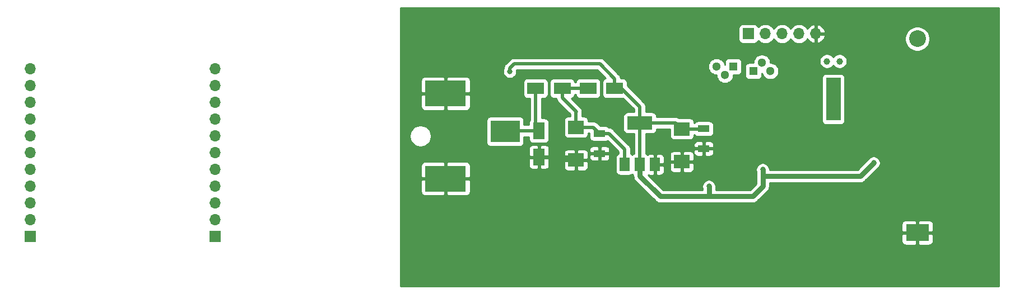
<source format=gbr>
G04 #@! TF.GenerationSoftware,KiCad,Pcbnew,(6.0.0-rc1-dev-689-g9e828e0d9)*
G04 #@! TF.CreationDate,2019-01-24T19:25:53+01:00*
G04 #@! TF.ProjectId,Mainboard_3.0,4D61696E626F6172645F332E302E6B69,rev?*
G04 #@! TF.SameCoordinates,Original*
G04 #@! TF.FileFunction,Copper,L2,Bot,Signal*
G04 #@! TF.FilePolarity,Positive*
%FSLAX46Y46*%
G04 Gerber Fmt 4.6, Leading zero omitted, Abs format (unit mm)*
G04 Created by KiCad (PCBNEW (6.0.0-rc1-dev-689-g9e828e0d9)) date 01/24/19 19:25:53*
%MOMM*%
%LPD*%
G01*
G04 APERTURE LIST*
G04 #@! TA.AperFunction,SMDPad,CuDef*
%ADD10R,4.400000X3.300000*%
G04 #@! TD*
G04 #@! TA.AperFunction,SMDPad,CuDef*
%ADD11R,6.200000X3.900000*%
G04 #@! TD*
G04 #@! TA.AperFunction,ComponentPad*
%ADD12R,1.300000X1.300000*%
G04 #@! TD*
G04 #@! TA.AperFunction,ComponentPad*
%ADD13C,1.300000*%
G04 #@! TD*
G04 #@! TA.AperFunction,ComponentPad*
%ADD14O,1.700000X1.700000*%
G04 #@! TD*
G04 #@! TA.AperFunction,ComponentPad*
%ADD15R,1.700000X1.700000*%
G04 #@! TD*
G04 #@! TA.AperFunction,SMDPad,CuDef*
%ADD16R,3.510000X2.540000*%
G04 #@! TD*
G04 #@! TA.AperFunction,ComponentPad*
%ADD17C,2.540000*%
G04 #@! TD*
G04 #@! TA.AperFunction,SMDPad,CuDef*
%ADD18R,1.800000X1.070000*%
G04 #@! TD*
G04 #@! TA.AperFunction,SMDPad,CuDef*
%ADD19R,2.400000X2.060000*%
G04 #@! TD*
G04 #@! TA.AperFunction,SMDPad,CuDef*
%ADD20R,2.500000X1.800000*%
G04 #@! TD*
G04 #@! TA.AperFunction,SMDPad,CuDef*
%ADD21R,1.800000X2.500000*%
G04 #@! TD*
G04 #@! TA.AperFunction,SMDPad,CuDef*
%ADD22R,1.500000X2.000000*%
G04 #@! TD*
G04 #@! TA.AperFunction,SMDPad,CuDef*
%ADD23R,3.800000X2.000000*%
G04 #@! TD*
G04 #@! TA.AperFunction,SMDPad,CuDef*
%ADD24R,2.200000X6.500000*%
G04 #@! TD*
G04 #@! TA.AperFunction,ComponentPad*
%ADD25C,1.000000*%
G04 #@! TD*
G04 #@! TA.AperFunction,ViaPad*
%ADD26C,0.800000*%
G04 #@! TD*
G04 #@! TA.AperFunction,Conductor*
%ADD27C,0.550000*%
G04 #@! TD*
G04 #@! TA.AperFunction,Conductor*
%ADD28C,0.750000*%
G04 #@! TD*
G04 #@! TA.AperFunction,Conductor*
%ADD29C,0.254000*%
G04 #@! TD*
G04 APERTURE END LIST*
D10*
G04 #@! TO.P,J3,1*
G04 #@! TO.N,Net-(D1-Pad1)*
X135314483Y-67880000D03*
D11*
G04 #@! TO.P,J3,2*
G04 #@! TO.N,GND*
X126314483Y-75030000D03*
G04 #@! TO.P,J3,3*
X126314483Y-62130000D03*
G04 #@! TD*
D12*
G04 #@! TO.P,Q2,1*
G04 #@! TO.N,Net-(J8-Pad2)*
X172847000Y-58737500D03*
D13*
G04 #@! TO.P,Q2,3*
G04 #@! TO.N,GPIO0*
X175387000Y-58737500D03*
G04 #@! TO.P,Q2,2*
G04 #@! TO.N,Net-(Q2-Pad2)*
X174117000Y-57467500D03*
G04 #@! TD*
D12*
G04 #@! TO.P,Q1,1*
G04 #@! TO.N,Net-(J8-Pad1)*
X169799000Y-58039000D03*
D13*
G04 #@! TO.P,Q1,3*
G04 #@! TO.N,Net-(Q1-Pad3)*
X167259000Y-58039000D03*
G04 #@! TO.P,Q1,2*
G04 #@! TO.N,Net-(Q1-Pad2)*
X168529000Y-59309000D03*
G04 #@! TD*
D14*
G04 #@! TO.P,J4,11*
G04 #@! TO.N,Net-(J4-Pad11)*
X91440000Y-58420000D03*
G04 #@! TO.P,J4,10*
G04 #@! TO.N,Net-(J4-Pad10)*
X91440000Y-60960000D03*
G04 #@! TO.P,J4,9*
G04 #@! TO.N,Net-(J4-Pad9)*
X91440000Y-63500000D03*
G04 #@! TO.P,J4,8*
G04 #@! TO.N,Net-(J4-Pad8)*
X91440000Y-66040000D03*
G04 #@! TO.P,J4,7*
G04 #@! TO.N,Net-(J4-Pad7)*
X91440000Y-68580000D03*
G04 #@! TO.P,J4,6*
G04 #@! TO.N,Net-(J4-Pad6)*
X91440000Y-71120000D03*
G04 #@! TO.P,J4,5*
G04 #@! TO.N,Net-(J4-Pad5)*
X91440000Y-73660000D03*
G04 #@! TO.P,J4,4*
G04 #@! TO.N,Net-(J4-Pad4)*
X91440000Y-76200000D03*
G04 #@! TO.P,J4,3*
G04 #@! TO.N,Net-(J4-Pad3)*
X91440000Y-78740000D03*
G04 #@! TO.P,J4,2*
G04 #@! TO.N,Net-(J4-Pad2)*
X91440000Y-81280000D03*
D15*
G04 #@! TO.P,J4,1*
G04 #@! TO.N,Net-(J4-Pad1)*
X91440000Y-83820000D03*
G04 #@! TD*
D16*
G04 #@! TO.P,BT1,2*
G04 #@! TO.N,GND*
X197612000Y-83208000D03*
D17*
G04 #@! TO.P,BT1,1*
G04 #@! TO.N,Net-(BT1-Pad1)*
X197612000Y-53848000D03*
G04 #@! TD*
D18*
G04 #@! TO.P,C3,2*
G04 #@! TO.N,GND*
X149580483Y-71214932D03*
G04 #@! TO.P,C3,1*
G04 #@! TO.N,Net-(C3-Pad1)*
X149580483Y-68204932D03*
G04 #@! TD*
G04 #@! TO.P,C6,2*
G04 #@! TO.N,GND*
X165328483Y-70471932D03*
G04 #@! TO.P,C6,1*
G04 #@! TO.N,3v3*
X165328483Y-67461932D03*
G04 #@! TD*
D19*
G04 #@! TO.P,C4,2*
G04 #@! TO.N,GND*
X146024483Y-72208932D03*
G04 #@! TO.P,C4,1*
G04 #@! TO.N,Net-(C3-Pad1)*
X146024483Y-67248932D03*
G04 #@! TD*
G04 #@! TO.P,C5,2*
G04 #@! TO.N,GND*
X162026483Y-72462932D03*
G04 #@! TO.P,C5,1*
G04 #@! TO.N,3v3*
X162026483Y-67502932D03*
G04 #@! TD*
D14*
G04 #@! TO.P,J8,5*
G04 #@! TO.N,GND*
X182245000Y-53086000D03*
G04 #@! TO.P,J8,4*
G04 #@! TO.N,TX*
X179705000Y-53086000D03*
G04 #@! TO.P,J8,3*
G04 #@! TO.N,RX*
X177165000Y-53086000D03*
G04 #@! TO.P,J8,2*
G04 #@! TO.N,Net-(J8-Pad2)*
X174625000Y-53086000D03*
D15*
G04 #@! TO.P,J8,1*
G04 #@! TO.N,Net-(J8-Pad1)*
X172085000Y-53086000D03*
G04 #@! TD*
D14*
G04 #@! TO.P,J1,11*
G04 #@! TO.N,Net-(J1-Pad11)*
X63500000Y-58420000D03*
G04 #@! TO.P,J1,10*
G04 #@! TO.N,Net-(J1-Pad10)*
X63500000Y-60960000D03*
G04 #@! TO.P,J1,9*
G04 #@! TO.N,Net-(J1-Pad9)*
X63500000Y-63500000D03*
G04 #@! TO.P,J1,8*
G04 #@! TO.N,Net-(J1-Pad8)*
X63500000Y-66040000D03*
G04 #@! TO.P,J1,7*
G04 #@! TO.N,Net-(J1-Pad7)*
X63500000Y-68580000D03*
G04 #@! TO.P,J1,6*
G04 #@! TO.N,Net-(J1-Pad6)*
X63500000Y-71120000D03*
G04 #@! TO.P,J1,5*
G04 #@! TO.N,Net-(J1-Pad5)*
X63500000Y-73660000D03*
G04 #@! TO.P,J1,4*
G04 #@! TO.N,Net-(J1-Pad4)*
X63500000Y-76200000D03*
G04 #@! TO.P,J1,3*
G04 #@! TO.N,Net-(J1-Pad3)*
X63500000Y-78740000D03*
G04 #@! TO.P,J1,2*
G04 #@! TO.N,Net-(J1-Pad2)*
X63500000Y-81280000D03*
D15*
G04 #@! TO.P,J1,1*
G04 #@! TO.N,Net-(J1-Pad1)*
X63500000Y-83820000D03*
G04 #@! TD*
D20*
G04 #@! TO.P,D2,2*
G04 #@! TO.N,Net-(D1-Pad1)*
X139928483Y-61346932D03*
G04 #@! TO.P,D2,1*
G04 #@! TO.N,Net-(C3-Pad1)*
X143928483Y-61346932D03*
G04 #@! TD*
G04 #@! TO.P,D3,2*
G04 #@! TO.N,3v3*
X151866483Y-61346932D03*
G04 #@! TO.P,D3,1*
G04 #@! TO.N,Net-(C3-Pad1)*
X147866483Y-61346932D03*
G04 #@! TD*
D21*
G04 #@! TO.P,D1,2*
G04 #@! TO.N,GND*
X140436483Y-71760932D03*
G04 #@! TO.P,D1,1*
G04 #@! TO.N,Net-(D1-Pad1)*
X140436483Y-67760932D03*
G04 #@! TD*
D22*
G04 #@! TO.P,U2,1*
G04 #@! TO.N,GND*
X157976483Y-72878932D03*
G04 #@! TO.P,U2,3*
G04 #@! TO.N,Net-(C3-Pad1)*
X153376483Y-72878932D03*
G04 #@! TO.P,U2,2*
G04 #@! TO.N,3v3*
X155676483Y-72878932D03*
D23*
X155676483Y-66578932D03*
G04 #@! TD*
D24*
G04 #@! TO.P,Y1,3*
G04 #@! TO.N,N/C*
X184912000Y-62992000D03*
D25*
G04 #@! TO.P,Y1,2*
G04 #@! TO.N,Net-(U3-Pad2)*
X183962000Y-57242000D03*
G04 #@! TO.P,Y1,1*
G04 #@! TO.N,Net-(U3-Pad1)*
X185862000Y-57242000D03*
G04 #@! TD*
D26*
G04 #@! TO.N,GND*
X138430000Y-58928000D03*
X165862000Y-63500000D03*
G04 #@! TO.N,3v3*
X191008000Y-72644000D03*
X174244000Y-73660000D03*
X166116000Y-76200000D03*
X136017000Y-58801000D03*
G04 #@! TD*
D27*
G04 #@! TO.N,GND*
X140436483Y-71760932D02*
X145576483Y-71760932D01*
X145576483Y-71760932D02*
X146024483Y-72208932D01*
D28*
G04 #@! TO.N,3v3*
X174244000Y-76200000D02*
X174244000Y-74676000D01*
X174244000Y-74676000D02*
X174244000Y-73660000D01*
X174244000Y-74676000D02*
X188976000Y-74676000D01*
X188976000Y-74676000D02*
X191008000Y-72644000D01*
X172720000Y-77724000D02*
X174244000Y-76200000D01*
X166116000Y-77724000D02*
X172720000Y-77724000D01*
X166116000Y-77724000D02*
X166116000Y-76200000D01*
X158771551Y-77724000D02*
X166116000Y-77724000D01*
X155676483Y-72878932D02*
X155676483Y-74628932D01*
X155676483Y-74628932D02*
X158771551Y-77724000D01*
D27*
X136017000Y-58293000D02*
X136017000Y-58801000D01*
X136652000Y-57658000D02*
X136017000Y-58293000D01*
X149627551Y-57658000D02*
X136652000Y-57658000D01*
X151866483Y-61346932D02*
X151866483Y-59896932D01*
X151866483Y-59896932D02*
X149627551Y-57658000D01*
X162026483Y-67502932D02*
X165287483Y-67502932D01*
X165287483Y-67502932D02*
X165328483Y-67461932D01*
X155676483Y-66578932D02*
X161102483Y-66578932D01*
X161102483Y-66578932D02*
X162026483Y-67502932D01*
X152882483Y-61346932D02*
X155676483Y-64140932D01*
X151866483Y-61346932D02*
X152882483Y-61346932D01*
X155676483Y-64140932D02*
X155676483Y-66578932D01*
X155676483Y-72878932D02*
X155676483Y-71328932D01*
X155676483Y-71328932D02*
X155676483Y-66578932D01*
G04 #@! TO.N,Net-(C3-Pad1)*
X146050000Y-64918449D02*
X146024483Y-64943966D01*
X146024483Y-64943966D02*
X146024483Y-67248932D01*
X143928483Y-61346932D02*
X143928483Y-62796932D01*
X143928483Y-62796932D02*
X146050000Y-64918449D01*
X149580483Y-68204932D02*
X151030483Y-68204932D01*
X151030483Y-68204932D02*
X153376483Y-70550932D01*
X153376483Y-70550932D02*
X153376483Y-71328932D01*
X153376483Y-71328932D02*
X153376483Y-72878932D01*
X146024483Y-67248932D02*
X148624483Y-67248932D01*
X148624483Y-67248932D02*
X149580483Y-68204932D01*
X147866483Y-61346932D02*
X143928483Y-61346932D01*
G04 #@! TO.N,Net-(D1-Pad1)*
X135314483Y-67758932D02*
X140434483Y-67758932D01*
X140434483Y-67758932D02*
X140436483Y-67760932D01*
X139928483Y-61346932D02*
X139928483Y-67252932D01*
X139928483Y-67252932D02*
X140436483Y-67760932D01*
G04 #@! TD*
D29*
G04 #@! TO.N,GND*
G36*
X209931000Y-91313000D02*
X119507000Y-91313000D01*
X119507000Y-83493750D01*
X195222000Y-83493750D01*
X195222000Y-84540542D01*
X195246403Y-84663223D01*
X195294270Y-84778785D01*
X195363763Y-84882789D01*
X195452211Y-84971237D01*
X195556215Y-85040730D01*
X195671777Y-85088597D01*
X195794458Y-85113000D01*
X197326250Y-85113000D01*
X197485000Y-84954250D01*
X197485000Y-83335000D01*
X197739000Y-83335000D01*
X197739000Y-84954250D01*
X197897750Y-85113000D01*
X199429542Y-85113000D01*
X199552223Y-85088597D01*
X199667785Y-85040730D01*
X199771789Y-84971237D01*
X199860237Y-84882789D01*
X199929730Y-84778785D01*
X199977597Y-84663223D01*
X200002000Y-84540542D01*
X200002000Y-83493750D01*
X199843250Y-83335000D01*
X197739000Y-83335000D01*
X197485000Y-83335000D01*
X195380750Y-83335000D01*
X195222000Y-83493750D01*
X119507000Y-83493750D01*
X119507000Y-81875458D01*
X195222000Y-81875458D01*
X195222000Y-82922250D01*
X195380750Y-83081000D01*
X197485000Y-83081000D01*
X197485000Y-81461750D01*
X197739000Y-81461750D01*
X197739000Y-83081000D01*
X199843250Y-83081000D01*
X200002000Y-82922250D01*
X200002000Y-81875458D01*
X199977597Y-81752777D01*
X199929730Y-81637215D01*
X199860237Y-81533211D01*
X199771789Y-81444763D01*
X199667785Y-81375270D01*
X199552223Y-81327403D01*
X199429542Y-81303000D01*
X197897750Y-81303000D01*
X197739000Y-81461750D01*
X197485000Y-81461750D01*
X197326250Y-81303000D01*
X195794458Y-81303000D01*
X195671777Y-81327403D01*
X195556215Y-81375270D01*
X195452211Y-81444763D01*
X195363763Y-81533211D01*
X195294270Y-81637215D01*
X195246403Y-81752777D01*
X195222000Y-81875458D01*
X119507000Y-81875458D01*
X119507000Y-75315750D01*
X122579483Y-75315750D01*
X122579483Y-77042542D01*
X122603886Y-77165223D01*
X122651753Y-77280785D01*
X122721246Y-77384789D01*
X122809694Y-77473237D01*
X122913698Y-77542730D01*
X123029260Y-77590597D01*
X123151941Y-77615000D01*
X126028733Y-77615000D01*
X126187483Y-77456250D01*
X126187483Y-75157000D01*
X126441483Y-75157000D01*
X126441483Y-77456250D01*
X126600233Y-77615000D01*
X129477025Y-77615000D01*
X129599706Y-77590597D01*
X129715268Y-77542730D01*
X129819272Y-77473237D01*
X129907720Y-77384789D01*
X129977213Y-77280785D01*
X130025080Y-77165223D01*
X130049483Y-77042542D01*
X130049483Y-75315750D01*
X129890733Y-75157000D01*
X126441483Y-75157000D01*
X126187483Y-75157000D01*
X122738233Y-75157000D01*
X122579483Y-75315750D01*
X119507000Y-75315750D01*
X119507000Y-73017458D01*
X122579483Y-73017458D01*
X122579483Y-74744250D01*
X122738233Y-74903000D01*
X126187483Y-74903000D01*
X126187483Y-72603750D01*
X126441483Y-72603750D01*
X126441483Y-74903000D01*
X129890733Y-74903000D01*
X130049483Y-74744250D01*
X130049483Y-73017458D01*
X130025080Y-72894777D01*
X129977213Y-72779215D01*
X129907720Y-72675211D01*
X129819272Y-72586763D01*
X129715268Y-72517270D01*
X129599706Y-72469403D01*
X129477025Y-72445000D01*
X126600233Y-72445000D01*
X126441483Y-72603750D01*
X126187483Y-72603750D01*
X126028733Y-72445000D01*
X123151941Y-72445000D01*
X123029260Y-72469403D01*
X122913698Y-72517270D01*
X122809694Y-72586763D01*
X122721246Y-72675211D01*
X122651753Y-72779215D01*
X122603886Y-72894777D01*
X122579483Y-73017458D01*
X119507000Y-73017458D01*
X119507000Y-72046682D01*
X138901483Y-72046682D01*
X138901483Y-73073474D01*
X138925886Y-73196155D01*
X138973753Y-73311717D01*
X139043246Y-73415721D01*
X139131694Y-73504169D01*
X139235698Y-73573662D01*
X139351260Y-73621529D01*
X139473941Y-73645932D01*
X140150733Y-73645932D01*
X140309483Y-73487182D01*
X140309483Y-71887932D01*
X140563483Y-71887932D01*
X140563483Y-73487182D01*
X140722233Y-73645932D01*
X141399025Y-73645932D01*
X141521706Y-73621529D01*
X141637268Y-73573662D01*
X141741272Y-73504169D01*
X141829720Y-73415721D01*
X141899213Y-73311717D01*
X141947080Y-73196155D01*
X141971483Y-73073474D01*
X141971483Y-72494682D01*
X144189483Y-72494682D01*
X144189483Y-73301474D01*
X144213886Y-73424155D01*
X144261753Y-73539717D01*
X144331246Y-73643721D01*
X144419694Y-73732169D01*
X144523698Y-73801662D01*
X144639260Y-73849529D01*
X144761941Y-73873932D01*
X145738733Y-73873932D01*
X145897483Y-73715182D01*
X145897483Y-72335932D01*
X146151483Y-72335932D01*
X146151483Y-73715182D01*
X146310233Y-73873932D01*
X147287025Y-73873932D01*
X147409706Y-73849529D01*
X147525268Y-73801662D01*
X147629272Y-73732169D01*
X147717720Y-73643721D01*
X147787213Y-73539717D01*
X147835080Y-73424155D01*
X147859483Y-73301474D01*
X147859483Y-72494682D01*
X147700733Y-72335932D01*
X146151483Y-72335932D01*
X145897483Y-72335932D01*
X144348233Y-72335932D01*
X144189483Y-72494682D01*
X141971483Y-72494682D01*
X141971483Y-72046682D01*
X141812733Y-71887932D01*
X140563483Y-71887932D01*
X140309483Y-71887932D01*
X139060233Y-71887932D01*
X138901483Y-72046682D01*
X119507000Y-72046682D01*
X119507000Y-70448390D01*
X138901483Y-70448390D01*
X138901483Y-71475182D01*
X139060233Y-71633932D01*
X140309483Y-71633932D01*
X140309483Y-70034682D01*
X140563483Y-70034682D01*
X140563483Y-71633932D01*
X141812733Y-71633932D01*
X141971483Y-71475182D01*
X141971483Y-71116390D01*
X144189483Y-71116390D01*
X144189483Y-71923182D01*
X144348233Y-72081932D01*
X145897483Y-72081932D01*
X145897483Y-70702682D01*
X146151483Y-70702682D01*
X146151483Y-72081932D01*
X147700733Y-72081932D01*
X147859483Y-71923182D01*
X147859483Y-71500682D01*
X148045483Y-71500682D01*
X148045483Y-71812474D01*
X148069886Y-71935155D01*
X148117753Y-72050717D01*
X148187246Y-72154721D01*
X148275694Y-72243169D01*
X148379698Y-72312662D01*
X148495260Y-72360529D01*
X148617941Y-72384932D01*
X149294733Y-72384932D01*
X149453483Y-72226182D01*
X149453483Y-71341932D01*
X149707483Y-71341932D01*
X149707483Y-72226182D01*
X149866233Y-72384932D01*
X150543025Y-72384932D01*
X150665706Y-72360529D01*
X150781268Y-72312662D01*
X150885272Y-72243169D01*
X150973720Y-72154721D01*
X151043213Y-72050717D01*
X151091080Y-71935155D01*
X151115483Y-71812474D01*
X151115483Y-71500682D01*
X150956733Y-71341932D01*
X149707483Y-71341932D01*
X149453483Y-71341932D01*
X148204233Y-71341932D01*
X148045483Y-71500682D01*
X147859483Y-71500682D01*
X147859483Y-71116390D01*
X147835080Y-70993709D01*
X147787213Y-70878147D01*
X147717720Y-70774143D01*
X147629272Y-70685695D01*
X147527046Y-70617390D01*
X148045483Y-70617390D01*
X148045483Y-70929182D01*
X148204233Y-71087932D01*
X149453483Y-71087932D01*
X149453483Y-70203682D01*
X149707483Y-70203682D01*
X149707483Y-71087932D01*
X150956733Y-71087932D01*
X151115483Y-70929182D01*
X151115483Y-70617390D01*
X151091080Y-70494709D01*
X151043213Y-70379147D01*
X150973720Y-70275143D01*
X150885272Y-70186695D01*
X150781268Y-70117202D01*
X150665706Y-70069335D01*
X150543025Y-70044932D01*
X149866233Y-70044932D01*
X149707483Y-70203682D01*
X149453483Y-70203682D01*
X149294733Y-70044932D01*
X148617941Y-70044932D01*
X148495260Y-70069335D01*
X148379698Y-70117202D01*
X148275694Y-70186695D01*
X148187246Y-70275143D01*
X148117753Y-70379147D01*
X148069886Y-70494709D01*
X148045483Y-70617390D01*
X147527046Y-70617390D01*
X147525268Y-70616202D01*
X147409706Y-70568335D01*
X147287025Y-70543932D01*
X146310233Y-70543932D01*
X146151483Y-70702682D01*
X145897483Y-70702682D01*
X145738733Y-70543932D01*
X144761941Y-70543932D01*
X144639260Y-70568335D01*
X144523698Y-70616202D01*
X144419694Y-70685695D01*
X144331246Y-70774143D01*
X144261753Y-70878147D01*
X144213886Y-70993709D01*
X144189483Y-71116390D01*
X141971483Y-71116390D01*
X141971483Y-70448390D01*
X141947080Y-70325709D01*
X141899213Y-70210147D01*
X141829720Y-70106143D01*
X141741272Y-70017695D01*
X141637268Y-69948202D01*
X141521706Y-69900335D01*
X141399025Y-69875932D01*
X140722233Y-69875932D01*
X140563483Y-70034682D01*
X140309483Y-70034682D01*
X140150733Y-69875932D01*
X139473941Y-69875932D01*
X139351260Y-69900335D01*
X139235698Y-69948202D01*
X139131694Y-70017695D01*
X139043246Y-70106143D01*
X138973753Y-70210147D01*
X138925886Y-70325709D01*
X138901483Y-70448390D01*
X119507000Y-70448390D01*
X119507000Y-68418967D01*
X120879483Y-68418967D01*
X120879483Y-68741033D01*
X120942315Y-69056912D01*
X121065565Y-69354463D01*
X121244496Y-69622252D01*
X121472231Y-69849987D01*
X121740020Y-70028918D01*
X122037571Y-70152168D01*
X122353450Y-70215000D01*
X122675516Y-70215000D01*
X122991395Y-70152168D01*
X123288946Y-70028918D01*
X123556735Y-69849987D01*
X123784470Y-69622252D01*
X123963401Y-69354463D01*
X124086651Y-69056912D01*
X124149483Y-68741033D01*
X124149483Y-68418967D01*
X124086651Y-68103088D01*
X123963401Y-67805537D01*
X123784470Y-67537748D01*
X123556735Y-67310013D01*
X123288946Y-67131082D01*
X122991395Y-67007832D01*
X122675516Y-66945000D01*
X122353450Y-66945000D01*
X122037571Y-67007832D01*
X121740020Y-67131082D01*
X121472231Y-67310013D01*
X121244496Y-67537748D01*
X121065565Y-67805537D01*
X120942315Y-68103088D01*
X120879483Y-68418967D01*
X119507000Y-68418967D01*
X119507000Y-66230000D01*
X132476411Y-66230000D01*
X132476411Y-69530000D01*
X132488671Y-69654482D01*
X132524981Y-69774180D01*
X132583946Y-69884494D01*
X132663298Y-69981185D01*
X132759989Y-70060537D01*
X132870303Y-70119502D01*
X132990001Y-70155812D01*
X133114483Y-70168072D01*
X137514483Y-70168072D01*
X137638965Y-70155812D01*
X137758663Y-70119502D01*
X137868977Y-70060537D01*
X137965668Y-69981185D01*
X138045020Y-69884494D01*
X138103985Y-69774180D01*
X138140295Y-69654482D01*
X138152555Y-69530000D01*
X138152555Y-68668932D01*
X138898411Y-68668932D01*
X138898411Y-69010932D01*
X138910671Y-69135414D01*
X138946981Y-69255112D01*
X139005946Y-69365426D01*
X139085298Y-69462117D01*
X139181989Y-69541469D01*
X139292303Y-69600434D01*
X139412001Y-69636744D01*
X139536483Y-69649004D01*
X141336483Y-69649004D01*
X141460965Y-69636744D01*
X141580663Y-69600434D01*
X141690977Y-69541469D01*
X141787668Y-69462117D01*
X141867020Y-69365426D01*
X141925985Y-69255112D01*
X141962295Y-69135414D01*
X141974555Y-69010932D01*
X141974555Y-66510932D01*
X141962295Y-66386450D01*
X141925985Y-66266752D01*
X141867020Y-66156438D01*
X141787668Y-66059747D01*
X141690977Y-65980395D01*
X141580663Y-65921430D01*
X141460965Y-65885120D01*
X141336483Y-65872860D01*
X140838483Y-65872860D01*
X140838483Y-62885004D01*
X141178483Y-62885004D01*
X141302965Y-62872744D01*
X141422663Y-62836434D01*
X141532977Y-62777469D01*
X141629668Y-62698117D01*
X141709020Y-62601426D01*
X141767985Y-62491112D01*
X141804295Y-62371414D01*
X141816555Y-62246932D01*
X141816555Y-60446932D01*
X141804295Y-60322450D01*
X141767985Y-60202752D01*
X141709020Y-60092438D01*
X141629668Y-59995747D01*
X141532977Y-59916395D01*
X141422663Y-59857430D01*
X141302965Y-59821120D01*
X141178483Y-59808860D01*
X138678483Y-59808860D01*
X138554001Y-59821120D01*
X138434303Y-59857430D01*
X138323989Y-59916395D01*
X138227298Y-59995747D01*
X138147946Y-60092438D01*
X138088981Y-60202752D01*
X138052671Y-60322450D01*
X138040411Y-60446932D01*
X138040411Y-62246932D01*
X138052671Y-62371414D01*
X138088981Y-62491112D01*
X138147946Y-62601426D01*
X138227298Y-62698117D01*
X138323989Y-62777469D01*
X138434303Y-62836434D01*
X138554001Y-62872744D01*
X138678483Y-62885004D01*
X139018483Y-62885004D01*
X139018484Y-66141161D01*
X139005946Y-66156438D01*
X138946981Y-66266752D01*
X138910671Y-66386450D01*
X138898411Y-66510932D01*
X138898411Y-66848932D01*
X138152555Y-66848932D01*
X138152555Y-66230000D01*
X138140295Y-66105518D01*
X138103985Y-65985820D01*
X138045020Y-65875506D01*
X137965668Y-65778815D01*
X137868977Y-65699463D01*
X137758663Y-65640498D01*
X137638965Y-65604188D01*
X137514483Y-65591928D01*
X133114483Y-65591928D01*
X132990001Y-65604188D01*
X132870303Y-65640498D01*
X132759989Y-65699463D01*
X132663298Y-65778815D01*
X132583946Y-65875506D01*
X132524981Y-65985820D01*
X132488671Y-66105518D01*
X132476411Y-66230000D01*
X119507000Y-66230000D01*
X119507000Y-62415750D01*
X122579483Y-62415750D01*
X122579483Y-64142542D01*
X122603886Y-64265223D01*
X122651753Y-64380785D01*
X122721246Y-64484789D01*
X122809694Y-64573237D01*
X122913698Y-64642730D01*
X123029260Y-64690597D01*
X123151941Y-64715000D01*
X126028733Y-64715000D01*
X126187483Y-64556250D01*
X126187483Y-62257000D01*
X126441483Y-62257000D01*
X126441483Y-64556250D01*
X126600233Y-64715000D01*
X129477025Y-64715000D01*
X129599706Y-64690597D01*
X129715268Y-64642730D01*
X129819272Y-64573237D01*
X129907720Y-64484789D01*
X129977213Y-64380785D01*
X130025080Y-64265223D01*
X130049483Y-64142542D01*
X130049483Y-62415750D01*
X129890733Y-62257000D01*
X126441483Y-62257000D01*
X126187483Y-62257000D01*
X122738233Y-62257000D01*
X122579483Y-62415750D01*
X119507000Y-62415750D01*
X119507000Y-60117458D01*
X122579483Y-60117458D01*
X122579483Y-61844250D01*
X122738233Y-62003000D01*
X126187483Y-62003000D01*
X126187483Y-59703750D01*
X126441483Y-59703750D01*
X126441483Y-62003000D01*
X129890733Y-62003000D01*
X130049483Y-61844250D01*
X130049483Y-60117458D01*
X130025080Y-59994777D01*
X129977213Y-59879215D01*
X129907720Y-59775211D01*
X129819272Y-59686763D01*
X129715268Y-59617270D01*
X129599706Y-59569403D01*
X129477025Y-59545000D01*
X126600233Y-59545000D01*
X126441483Y-59703750D01*
X126187483Y-59703750D01*
X126028733Y-59545000D01*
X123151941Y-59545000D01*
X123029260Y-59569403D01*
X122913698Y-59617270D01*
X122809694Y-59686763D01*
X122721246Y-59775211D01*
X122651753Y-59879215D01*
X122603886Y-59994777D01*
X122579483Y-60117458D01*
X119507000Y-60117458D01*
X119507000Y-58699061D01*
X134982000Y-58699061D01*
X134982000Y-58902939D01*
X135021774Y-59102898D01*
X135099795Y-59291256D01*
X135213063Y-59460774D01*
X135357226Y-59604937D01*
X135526744Y-59718205D01*
X135715102Y-59796226D01*
X135915061Y-59836000D01*
X136118939Y-59836000D01*
X136318898Y-59796226D01*
X136507256Y-59718205D01*
X136676774Y-59604937D01*
X136820937Y-59460774D01*
X136934205Y-59291256D01*
X137012226Y-59102898D01*
X137052000Y-58902939D01*
X137052000Y-58699061D01*
X137026429Y-58570505D01*
X137028934Y-58568000D01*
X149250618Y-58568000D01*
X150502685Y-59820068D01*
X150492001Y-59821120D01*
X150372303Y-59857430D01*
X150261989Y-59916395D01*
X150165298Y-59995747D01*
X150085946Y-60092438D01*
X150026981Y-60202752D01*
X149990671Y-60322450D01*
X149978411Y-60446932D01*
X149978411Y-62246932D01*
X149990671Y-62371414D01*
X150026981Y-62491112D01*
X150085946Y-62601426D01*
X150165298Y-62698117D01*
X150261989Y-62777469D01*
X150372303Y-62836434D01*
X150492001Y-62872744D01*
X150616483Y-62885004D01*
X153116483Y-62885004D01*
X153132085Y-62883467D01*
X154766483Y-64517866D01*
X154766483Y-64940860D01*
X153776483Y-64940860D01*
X153652001Y-64953120D01*
X153532303Y-64989430D01*
X153421989Y-65048395D01*
X153325298Y-65127747D01*
X153245946Y-65224438D01*
X153186981Y-65334752D01*
X153150671Y-65454450D01*
X153138411Y-65578932D01*
X153138411Y-67578932D01*
X153150671Y-67703414D01*
X153186981Y-67823112D01*
X153245946Y-67933426D01*
X153325298Y-68030117D01*
X153421989Y-68109469D01*
X153532303Y-68168434D01*
X153652001Y-68204744D01*
X153776483Y-68217004D01*
X154766484Y-68217004D01*
X154766483Y-71263894D01*
X154682303Y-71289430D01*
X154571989Y-71348395D01*
X154526483Y-71385741D01*
X154480977Y-71348395D01*
X154370663Y-71289430D01*
X154286483Y-71263894D01*
X154286483Y-70595633D01*
X154290886Y-70550931D01*
X154280786Y-70448390D01*
X154273316Y-70372541D01*
X154221281Y-70201005D01*
X154177717Y-70119502D01*
X154136781Y-70042916D01*
X154086119Y-69981185D01*
X154023064Y-69904351D01*
X153988336Y-69875851D01*
X151705570Y-67593086D01*
X151677064Y-67558351D01*
X151538498Y-67444634D01*
X151380410Y-67360134D01*
X151208874Y-67308099D01*
X151075187Y-67294932D01*
X151075185Y-67294932D01*
X151030483Y-67290529D01*
X150993562Y-67294166D01*
X150931668Y-67218747D01*
X150834977Y-67139395D01*
X150724663Y-67080430D01*
X150604965Y-67044120D01*
X150480483Y-67031860D01*
X149694344Y-67031860D01*
X149299570Y-66637086D01*
X149271064Y-66602351D01*
X149132498Y-66488634D01*
X148974410Y-66404134D01*
X148802874Y-66352099D01*
X148669187Y-66338932D01*
X148669185Y-66338932D01*
X148624483Y-66334529D01*
X148579781Y-66338932D01*
X147862555Y-66338932D01*
X147862555Y-66218932D01*
X147850295Y-66094450D01*
X147813985Y-65974752D01*
X147755020Y-65864438D01*
X147675668Y-65767747D01*
X147578977Y-65688395D01*
X147468663Y-65629430D01*
X147348965Y-65593120D01*
X147224483Y-65580860D01*
X146934483Y-65580860D01*
X146934483Y-65137549D01*
X146946832Y-65096839D01*
X146952651Y-65037764D01*
X146964403Y-64918450D01*
X146951506Y-64787512D01*
X146946832Y-64740057D01*
X146894798Y-64568522D01*
X146810298Y-64410433D01*
X146725077Y-64306592D01*
X146725072Y-64306587D01*
X146696580Y-64271869D01*
X146661862Y-64243377D01*
X145292281Y-62873796D01*
X145302965Y-62872744D01*
X145422663Y-62836434D01*
X145532977Y-62777469D01*
X145629668Y-62698117D01*
X145709020Y-62601426D01*
X145767985Y-62491112D01*
X145804295Y-62371414D01*
X145815570Y-62256932D01*
X145979396Y-62256932D01*
X145990671Y-62371414D01*
X146026981Y-62491112D01*
X146085946Y-62601426D01*
X146165298Y-62698117D01*
X146261989Y-62777469D01*
X146372303Y-62836434D01*
X146492001Y-62872744D01*
X146616483Y-62885004D01*
X149116483Y-62885004D01*
X149240965Y-62872744D01*
X149360663Y-62836434D01*
X149470977Y-62777469D01*
X149567668Y-62698117D01*
X149647020Y-62601426D01*
X149705985Y-62491112D01*
X149742295Y-62371414D01*
X149754555Y-62246932D01*
X149754555Y-60446932D01*
X149742295Y-60322450D01*
X149705985Y-60202752D01*
X149647020Y-60092438D01*
X149567668Y-59995747D01*
X149470977Y-59916395D01*
X149360663Y-59857430D01*
X149240965Y-59821120D01*
X149116483Y-59808860D01*
X146616483Y-59808860D01*
X146492001Y-59821120D01*
X146372303Y-59857430D01*
X146261989Y-59916395D01*
X146165298Y-59995747D01*
X146085946Y-60092438D01*
X146026981Y-60202752D01*
X145990671Y-60322450D01*
X145979396Y-60436932D01*
X145815570Y-60436932D01*
X145804295Y-60322450D01*
X145767985Y-60202752D01*
X145709020Y-60092438D01*
X145629668Y-59995747D01*
X145532977Y-59916395D01*
X145422663Y-59857430D01*
X145302965Y-59821120D01*
X145178483Y-59808860D01*
X142678483Y-59808860D01*
X142554001Y-59821120D01*
X142434303Y-59857430D01*
X142323989Y-59916395D01*
X142227298Y-59995747D01*
X142147946Y-60092438D01*
X142088981Y-60202752D01*
X142052671Y-60322450D01*
X142040411Y-60446932D01*
X142040411Y-62246932D01*
X142052671Y-62371414D01*
X142088981Y-62491112D01*
X142147946Y-62601426D01*
X142227298Y-62698117D01*
X142323989Y-62777469D01*
X142434303Y-62836434D01*
X142554001Y-62872744D01*
X142678483Y-62885004D01*
X143022755Y-62885004D01*
X143031651Y-62975323D01*
X143083685Y-63146858D01*
X143168185Y-63304947D01*
X143216171Y-63363417D01*
X143281903Y-63443513D01*
X143316632Y-63472014D01*
X145114483Y-65269866D01*
X145114483Y-65580860D01*
X144824483Y-65580860D01*
X144700001Y-65593120D01*
X144580303Y-65629430D01*
X144469989Y-65688395D01*
X144373298Y-65767747D01*
X144293946Y-65864438D01*
X144234981Y-65974752D01*
X144198671Y-66094450D01*
X144186411Y-66218932D01*
X144186411Y-68278932D01*
X144198671Y-68403414D01*
X144234981Y-68523112D01*
X144293946Y-68633426D01*
X144373298Y-68730117D01*
X144469989Y-68809469D01*
X144580303Y-68868434D01*
X144700001Y-68904744D01*
X144824483Y-68917004D01*
X147224483Y-68917004D01*
X147348965Y-68904744D01*
X147468663Y-68868434D01*
X147578977Y-68809469D01*
X147675668Y-68730117D01*
X147755020Y-68633426D01*
X147813985Y-68523112D01*
X147850295Y-68403414D01*
X147862555Y-68278932D01*
X147862555Y-68158932D01*
X148042411Y-68158932D01*
X148042411Y-68739932D01*
X148054671Y-68864414D01*
X148090981Y-68984112D01*
X148149946Y-69094426D01*
X148229298Y-69191117D01*
X148325989Y-69270469D01*
X148436303Y-69329434D01*
X148556001Y-69365744D01*
X148680483Y-69378004D01*
X150480483Y-69378004D01*
X150604965Y-69365744D01*
X150724663Y-69329434D01*
X150818105Y-69279487D01*
X152466483Y-70927866D01*
X152466483Y-71263894D01*
X152382303Y-71289430D01*
X152271989Y-71348395D01*
X152175298Y-71427747D01*
X152095946Y-71524438D01*
X152036981Y-71634752D01*
X152000671Y-71754450D01*
X151988411Y-71878932D01*
X151988411Y-73878932D01*
X152000671Y-74003414D01*
X152036981Y-74123112D01*
X152095946Y-74233426D01*
X152175298Y-74330117D01*
X152271989Y-74409469D01*
X152382303Y-74468434D01*
X152502001Y-74504744D01*
X152626483Y-74517004D01*
X154126483Y-74517004D01*
X154250965Y-74504744D01*
X154370663Y-74468434D01*
X154480977Y-74409469D01*
X154526483Y-74372123D01*
X154571989Y-74409469D01*
X154666484Y-74459978D01*
X154666484Y-74579315D01*
X154661597Y-74628932D01*
X154681098Y-74826926D01*
X154738851Y-75017311D01*
X154832637Y-75192772D01*
X154906517Y-75282795D01*
X154958851Y-75346565D01*
X154997384Y-75378188D01*
X158022290Y-78403094D01*
X158053918Y-78441633D01*
X158207711Y-78567847D01*
X158383171Y-78661632D01*
X158573557Y-78719385D01*
X158721943Y-78734000D01*
X158721945Y-78734000D01*
X158771550Y-78738886D01*
X158821155Y-78734000D01*
X166066392Y-78734000D01*
X166116000Y-78738886D01*
X166165607Y-78734000D01*
X172670392Y-78734000D01*
X172720000Y-78738886D01*
X172917994Y-78719385D01*
X172917997Y-78719384D01*
X173108380Y-78661632D01*
X173283840Y-78567847D01*
X173437633Y-78441633D01*
X173469261Y-78403094D01*
X174923099Y-76949256D01*
X174961633Y-76917633D01*
X175087847Y-76763840D01*
X175181632Y-76588380D01*
X175239385Y-76397994D01*
X175254000Y-76249608D01*
X175254000Y-76249599D01*
X175258885Y-76200001D01*
X175254000Y-76150403D01*
X175254000Y-75686000D01*
X188926392Y-75686000D01*
X188976000Y-75690886D01*
X189173994Y-75671385D01*
X189290115Y-75636160D01*
X189364380Y-75613632D01*
X189539840Y-75519847D01*
X189693633Y-75393633D01*
X189725261Y-75355094D01*
X191561226Y-73519130D01*
X191667774Y-73447937D01*
X191811937Y-73303774D01*
X191925205Y-73134256D01*
X192003226Y-72945898D01*
X192043000Y-72745939D01*
X192043000Y-72542061D01*
X192003226Y-72342102D01*
X191925205Y-72153744D01*
X191811937Y-71984226D01*
X191667774Y-71840063D01*
X191498256Y-71726795D01*
X191309898Y-71648774D01*
X191109939Y-71609000D01*
X190906061Y-71609000D01*
X190706102Y-71648774D01*
X190517744Y-71726795D01*
X190348226Y-71840063D01*
X190204063Y-71984226D01*
X190132870Y-72090774D01*
X188557645Y-73666000D01*
X175279000Y-73666000D01*
X175279000Y-73558061D01*
X175239226Y-73358102D01*
X175161205Y-73169744D01*
X175047937Y-73000226D01*
X174903774Y-72856063D01*
X174734256Y-72742795D01*
X174545898Y-72664774D01*
X174345939Y-72625000D01*
X174142061Y-72625000D01*
X173942102Y-72664774D01*
X173753744Y-72742795D01*
X173584226Y-72856063D01*
X173440063Y-73000226D01*
X173326795Y-73169744D01*
X173248774Y-73358102D01*
X173209000Y-73558061D01*
X173209000Y-73761939D01*
X173234001Y-73887627D01*
X173234000Y-74626391D01*
X173229114Y-74676000D01*
X173234001Y-74725617D01*
X173234000Y-75781644D01*
X172301645Y-76714000D01*
X167126000Y-76714000D01*
X167126000Y-76427623D01*
X167151000Y-76301939D01*
X167151000Y-76098061D01*
X167111226Y-75898102D01*
X167033205Y-75709744D01*
X166919937Y-75540226D01*
X166775774Y-75396063D01*
X166606256Y-75282795D01*
X166417898Y-75204774D01*
X166217939Y-75165000D01*
X166014061Y-75165000D01*
X165814102Y-75204774D01*
X165625744Y-75282795D01*
X165456226Y-75396063D01*
X165312063Y-75540226D01*
X165198795Y-75709744D01*
X165120774Y-75898102D01*
X165081000Y-76098061D01*
X165081000Y-76301939D01*
X165106001Y-76427628D01*
X165106001Y-76714000D01*
X159189906Y-76714000D01*
X156901197Y-74425291D01*
X156925698Y-74441662D01*
X157041260Y-74489529D01*
X157163941Y-74513932D01*
X157690733Y-74513932D01*
X157849483Y-74355182D01*
X157849483Y-73005932D01*
X158103483Y-73005932D01*
X158103483Y-74355182D01*
X158262233Y-74513932D01*
X158789025Y-74513932D01*
X158911706Y-74489529D01*
X159027268Y-74441662D01*
X159131272Y-74372169D01*
X159219720Y-74283721D01*
X159289213Y-74179717D01*
X159337080Y-74064155D01*
X159361483Y-73941474D01*
X159361483Y-73164682D01*
X159202733Y-73005932D01*
X158103483Y-73005932D01*
X157849483Y-73005932D01*
X157829483Y-73005932D01*
X157829483Y-72751932D01*
X157849483Y-72751932D01*
X157849483Y-71402682D01*
X158103483Y-71402682D01*
X158103483Y-72751932D01*
X159202733Y-72751932D01*
X159205983Y-72748682D01*
X160191483Y-72748682D01*
X160191483Y-73555474D01*
X160215886Y-73678155D01*
X160263753Y-73793717D01*
X160333246Y-73897721D01*
X160421694Y-73986169D01*
X160525698Y-74055662D01*
X160641260Y-74103529D01*
X160763941Y-74127932D01*
X161740733Y-74127932D01*
X161899483Y-73969182D01*
X161899483Y-72589932D01*
X162153483Y-72589932D01*
X162153483Y-73969182D01*
X162312233Y-74127932D01*
X163289025Y-74127932D01*
X163411706Y-74103529D01*
X163527268Y-74055662D01*
X163631272Y-73986169D01*
X163719720Y-73897721D01*
X163789213Y-73793717D01*
X163837080Y-73678155D01*
X163861483Y-73555474D01*
X163861483Y-72748682D01*
X163702733Y-72589932D01*
X162153483Y-72589932D01*
X161899483Y-72589932D01*
X160350233Y-72589932D01*
X160191483Y-72748682D01*
X159205983Y-72748682D01*
X159361483Y-72593182D01*
X159361483Y-71816390D01*
X159337080Y-71693709D01*
X159289213Y-71578147D01*
X159219720Y-71474143D01*
X159131272Y-71385695D01*
X159108367Y-71370390D01*
X160191483Y-71370390D01*
X160191483Y-72177182D01*
X160350233Y-72335932D01*
X161899483Y-72335932D01*
X161899483Y-70956682D01*
X162153483Y-70956682D01*
X162153483Y-72335932D01*
X163702733Y-72335932D01*
X163861483Y-72177182D01*
X163861483Y-71370390D01*
X163837080Y-71247709D01*
X163789213Y-71132147D01*
X163719720Y-71028143D01*
X163631272Y-70939695D01*
X163527268Y-70870202D01*
X163411706Y-70822335D01*
X163289025Y-70797932D01*
X162312233Y-70797932D01*
X162153483Y-70956682D01*
X161899483Y-70956682D01*
X161740733Y-70797932D01*
X160763941Y-70797932D01*
X160641260Y-70822335D01*
X160525698Y-70870202D01*
X160421694Y-70939695D01*
X160333246Y-71028143D01*
X160263753Y-71132147D01*
X160215886Y-71247709D01*
X160191483Y-71370390D01*
X159108367Y-71370390D01*
X159027268Y-71316202D01*
X158911706Y-71268335D01*
X158789025Y-71243932D01*
X158262233Y-71243932D01*
X158103483Y-71402682D01*
X157849483Y-71402682D01*
X157690733Y-71243932D01*
X157163941Y-71243932D01*
X157041260Y-71268335D01*
X156925698Y-71316202D01*
X156824303Y-71383952D01*
X156780977Y-71348395D01*
X156670663Y-71289430D01*
X156586483Y-71263894D01*
X156586483Y-70757682D01*
X163793483Y-70757682D01*
X163793483Y-71069474D01*
X163817886Y-71192155D01*
X163865753Y-71307717D01*
X163935246Y-71411721D01*
X164023694Y-71500169D01*
X164127698Y-71569662D01*
X164243260Y-71617529D01*
X164365941Y-71641932D01*
X165042733Y-71641932D01*
X165201483Y-71483182D01*
X165201483Y-70598932D01*
X165455483Y-70598932D01*
X165455483Y-71483182D01*
X165614233Y-71641932D01*
X166291025Y-71641932D01*
X166413706Y-71617529D01*
X166529268Y-71569662D01*
X166633272Y-71500169D01*
X166721720Y-71411721D01*
X166791213Y-71307717D01*
X166839080Y-71192155D01*
X166863483Y-71069474D01*
X166863483Y-70757682D01*
X166704733Y-70598932D01*
X165455483Y-70598932D01*
X165201483Y-70598932D01*
X163952233Y-70598932D01*
X163793483Y-70757682D01*
X156586483Y-70757682D01*
X156586483Y-69874390D01*
X163793483Y-69874390D01*
X163793483Y-70186182D01*
X163952233Y-70344932D01*
X165201483Y-70344932D01*
X165201483Y-69460682D01*
X165455483Y-69460682D01*
X165455483Y-70344932D01*
X166704733Y-70344932D01*
X166863483Y-70186182D01*
X166863483Y-69874390D01*
X166839080Y-69751709D01*
X166791213Y-69636147D01*
X166721720Y-69532143D01*
X166633272Y-69443695D01*
X166529268Y-69374202D01*
X166413706Y-69326335D01*
X166291025Y-69301932D01*
X165614233Y-69301932D01*
X165455483Y-69460682D01*
X165201483Y-69460682D01*
X165042733Y-69301932D01*
X164365941Y-69301932D01*
X164243260Y-69326335D01*
X164127698Y-69374202D01*
X164023694Y-69443695D01*
X163935246Y-69532143D01*
X163865753Y-69636147D01*
X163817886Y-69751709D01*
X163793483Y-69874390D01*
X156586483Y-69874390D01*
X156586483Y-68217004D01*
X157576483Y-68217004D01*
X157700965Y-68204744D01*
X157820663Y-68168434D01*
X157930977Y-68109469D01*
X158027668Y-68030117D01*
X158107020Y-67933426D01*
X158165985Y-67823112D01*
X158202295Y-67703414D01*
X158214555Y-67578932D01*
X158214555Y-67488932D01*
X160188411Y-67488932D01*
X160188411Y-68532932D01*
X160200671Y-68657414D01*
X160236981Y-68777112D01*
X160295946Y-68887426D01*
X160375298Y-68984117D01*
X160471989Y-69063469D01*
X160582303Y-69122434D01*
X160702001Y-69158744D01*
X160826483Y-69171004D01*
X163226483Y-69171004D01*
X163350965Y-69158744D01*
X163470663Y-69122434D01*
X163580977Y-69063469D01*
X163677668Y-68984117D01*
X163757020Y-68887426D01*
X163815985Y-68777112D01*
X163852295Y-68657414D01*
X163864555Y-68532932D01*
X163864555Y-68412932D01*
X163948423Y-68412932D01*
X163977298Y-68448117D01*
X164073989Y-68527469D01*
X164184303Y-68586434D01*
X164304001Y-68622744D01*
X164428483Y-68635004D01*
X166228483Y-68635004D01*
X166352965Y-68622744D01*
X166472663Y-68586434D01*
X166582977Y-68527469D01*
X166679668Y-68448117D01*
X166759020Y-68351426D01*
X166817985Y-68241112D01*
X166854295Y-68121414D01*
X166866555Y-67996932D01*
X166866555Y-66926932D01*
X166854295Y-66802450D01*
X166817985Y-66682752D01*
X166759020Y-66572438D01*
X166679668Y-66475747D01*
X166582977Y-66396395D01*
X166472663Y-66337430D01*
X166352965Y-66301120D01*
X166228483Y-66288860D01*
X164428483Y-66288860D01*
X164304001Y-66301120D01*
X164184303Y-66337430D01*
X164073989Y-66396395D01*
X163977298Y-66475747D01*
X163897946Y-66572438D01*
X163886992Y-66592932D01*
X163864555Y-66592932D01*
X163864555Y-66472932D01*
X163852295Y-66348450D01*
X163815985Y-66228752D01*
X163757020Y-66118438D01*
X163677668Y-66021747D01*
X163580977Y-65942395D01*
X163470663Y-65883430D01*
X163350965Y-65847120D01*
X163226483Y-65834860D01*
X161630270Y-65834860D01*
X161610498Y-65818634D01*
X161452410Y-65734134D01*
X161280874Y-65682099D01*
X161147187Y-65668932D01*
X161147185Y-65668932D01*
X161102483Y-65664529D01*
X161057781Y-65668932D01*
X158214555Y-65668932D01*
X158214555Y-65578932D01*
X158202295Y-65454450D01*
X158165985Y-65334752D01*
X158107020Y-65224438D01*
X158027668Y-65127747D01*
X157930977Y-65048395D01*
X157820663Y-64989430D01*
X157700965Y-64953120D01*
X157576483Y-64940860D01*
X156586483Y-64940860D01*
X156586483Y-64185634D01*
X156590886Y-64140932D01*
X156584259Y-64073652D01*
X156573316Y-63962541D01*
X156521281Y-63791005D01*
X156436781Y-63632917D01*
X156323064Y-63494351D01*
X156288336Y-63465851D01*
X153754555Y-60932071D01*
X153754555Y-60446932D01*
X153742295Y-60322450D01*
X153705985Y-60202752D01*
X153647020Y-60092438D01*
X153567668Y-59995747D01*
X153470977Y-59916395D01*
X153360663Y-59857430D01*
X153240965Y-59821120D01*
X153116483Y-59808860D01*
X152772212Y-59808860D01*
X152763316Y-59718541D01*
X152711281Y-59547005D01*
X152684991Y-59497820D01*
X152626781Y-59388916D01*
X152587401Y-59340931D01*
X152513064Y-59250351D01*
X152478335Y-59221850D01*
X151168924Y-57912439D01*
X165974000Y-57912439D01*
X165974000Y-58165561D01*
X166023381Y-58413821D01*
X166120247Y-58647676D01*
X166260875Y-58858140D01*
X166439860Y-59037125D01*
X166650324Y-59177753D01*
X166884179Y-59274619D01*
X167132439Y-59324000D01*
X167244000Y-59324000D01*
X167244000Y-59435561D01*
X167293381Y-59683821D01*
X167390247Y-59917676D01*
X167530875Y-60128140D01*
X167709860Y-60307125D01*
X167920324Y-60447753D01*
X168154179Y-60544619D01*
X168402439Y-60594000D01*
X168655561Y-60594000D01*
X168903821Y-60544619D01*
X169137676Y-60447753D01*
X169348140Y-60307125D01*
X169527125Y-60128140D01*
X169667753Y-59917676D01*
X169764619Y-59683821D01*
X169814000Y-59435561D01*
X169814000Y-59327072D01*
X170449000Y-59327072D01*
X170573482Y-59314812D01*
X170693180Y-59278502D01*
X170803494Y-59219537D01*
X170900185Y-59140185D01*
X170979537Y-59043494D01*
X171038502Y-58933180D01*
X171074812Y-58813482D01*
X171087072Y-58689000D01*
X171087072Y-58087500D01*
X171558928Y-58087500D01*
X171558928Y-59387500D01*
X171571188Y-59511982D01*
X171607498Y-59631680D01*
X171666463Y-59741994D01*
X171745815Y-59838685D01*
X171842506Y-59918037D01*
X171952820Y-59977002D01*
X172072518Y-60013312D01*
X172197000Y-60025572D01*
X173497000Y-60025572D01*
X173621482Y-60013312D01*
X173741180Y-59977002D01*
X173851494Y-59918037D01*
X173948185Y-59838685D01*
X174027537Y-59741994D01*
X174086502Y-59631680D01*
X174122812Y-59511982D01*
X174135072Y-59387500D01*
X174135072Y-59030328D01*
X174151381Y-59112321D01*
X174248247Y-59346176D01*
X174388875Y-59556640D01*
X174567860Y-59735625D01*
X174778324Y-59876253D01*
X175012179Y-59973119D01*
X175260439Y-60022500D01*
X175513561Y-60022500D01*
X175761821Y-59973119D01*
X175995676Y-59876253D01*
X176196599Y-59742000D01*
X183173928Y-59742000D01*
X183173928Y-66242000D01*
X183186188Y-66366482D01*
X183222498Y-66486180D01*
X183281463Y-66596494D01*
X183360815Y-66693185D01*
X183457506Y-66772537D01*
X183567820Y-66831502D01*
X183687518Y-66867812D01*
X183812000Y-66880072D01*
X186012000Y-66880072D01*
X186136482Y-66867812D01*
X186256180Y-66831502D01*
X186366494Y-66772537D01*
X186463185Y-66693185D01*
X186542537Y-66596494D01*
X186601502Y-66486180D01*
X186637812Y-66366482D01*
X186650072Y-66242000D01*
X186650072Y-59742000D01*
X186637812Y-59617518D01*
X186601502Y-59497820D01*
X186542537Y-59387506D01*
X186463185Y-59290815D01*
X186366494Y-59211463D01*
X186256180Y-59152498D01*
X186136482Y-59116188D01*
X186012000Y-59103928D01*
X183812000Y-59103928D01*
X183687518Y-59116188D01*
X183567820Y-59152498D01*
X183457506Y-59211463D01*
X183360815Y-59290815D01*
X183281463Y-59387506D01*
X183222498Y-59497820D01*
X183186188Y-59617518D01*
X183173928Y-59742000D01*
X176196599Y-59742000D01*
X176206140Y-59735625D01*
X176385125Y-59556640D01*
X176525753Y-59346176D01*
X176622619Y-59112321D01*
X176672000Y-58864061D01*
X176672000Y-58610939D01*
X176622619Y-58362679D01*
X176525753Y-58128824D01*
X176385125Y-57918360D01*
X176206140Y-57739375D01*
X175995676Y-57598747D01*
X175761821Y-57501881D01*
X175513561Y-57452500D01*
X175402000Y-57452500D01*
X175402000Y-57340939D01*
X175360085Y-57130212D01*
X182827000Y-57130212D01*
X182827000Y-57353788D01*
X182870617Y-57573067D01*
X182956176Y-57779624D01*
X183080388Y-57965520D01*
X183238480Y-58123612D01*
X183424376Y-58247824D01*
X183630933Y-58333383D01*
X183850212Y-58377000D01*
X184073788Y-58377000D01*
X184293067Y-58333383D01*
X184499624Y-58247824D01*
X184685520Y-58123612D01*
X184843612Y-57965520D01*
X184912000Y-57863170D01*
X184980388Y-57965520D01*
X185138480Y-58123612D01*
X185324376Y-58247824D01*
X185530933Y-58333383D01*
X185750212Y-58377000D01*
X185973788Y-58377000D01*
X186193067Y-58333383D01*
X186399624Y-58247824D01*
X186585520Y-58123612D01*
X186743612Y-57965520D01*
X186867824Y-57779624D01*
X186953383Y-57573067D01*
X186997000Y-57353788D01*
X186997000Y-57130212D01*
X186953383Y-56910933D01*
X186867824Y-56704376D01*
X186743612Y-56518480D01*
X186585520Y-56360388D01*
X186399624Y-56236176D01*
X186193067Y-56150617D01*
X185973788Y-56107000D01*
X185750212Y-56107000D01*
X185530933Y-56150617D01*
X185324376Y-56236176D01*
X185138480Y-56360388D01*
X184980388Y-56518480D01*
X184912000Y-56620830D01*
X184843612Y-56518480D01*
X184685520Y-56360388D01*
X184499624Y-56236176D01*
X184293067Y-56150617D01*
X184073788Y-56107000D01*
X183850212Y-56107000D01*
X183630933Y-56150617D01*
X183424376Y-56236176D01*
X183238480Y-56360388D01*
X183080388Y-56518480D01*
X182956176Y-56704376D01*
X182870617Y-56910933D01*
X182827000Y-57130212D01*
X175360085Y-57130212D01*
X175352619Y-57092679D01*
X175255753Y-56858824D01*
X175115125Y-56648360D01*
X174936140Y-56469375D01*
X174725676Y-56328747D01*
X174491821Y-56231881D01*
X174243561Y-56182500D01*
X173990439Y-56182500D01*
X173742179Y-56231881D01*
X173508324Y-56328747D01*
X173297860Y-56469375D01*
X173118875Y-56648360D01*
X172978247Y-56858824D01*
X172881381Y-57092679D01*
X172832000Y-57340939D01*
X172832000Y-57449428D01*
X172197000Y-57449428D01*
X172072518Y-57461688D01*
X171952820Y-57497998D01*
X171842506Y-57556963D01*
X171745815Y-57636315D01*
X171666463Y-57733006D01*
X171607498Y-57843320D01*
X171571188Y-57963018D01*
X171558928Y-58087500D01*
X171087072Y-58087500D01*
X171087072Y-57389000D01*
X171074812Y-57264518D01*
X171038502Y-57144820D01*
X170979537Y-57034506D01*
X170900185Y-56937815D01*
X170803494Y-56858463D01*
X170693180Y-56799498D01*
X170573482Y-56763188D01*
X170449000Y-56750928D01*
X169149000Y-56750928D01*
X169024518Y-56763188D01*
X168904820Y-56799498D01*
X168794506Y-56858463D01*
X168697815Y-56937815D01*
X168618463Y-57034506D01*
X168559498Y-57144820D01*
X168523188Y-57264518D01*
X168510928Y-57389000D01*
X168510928Y-57746172D01*
X168494619Y-57664179D01*
X168397753Y-57430324D01*
X168257125Y-57219860D01*
X168078140Y-57040875D01*
X167867676Y-56900247D01*
X167633821Y-56803381D01*
X167385561Y-56754000D01*
X167132439Y-56754000D01*
X166884179Y-56803381D01*
X166650324Y-56900247D01*
X166439860Y-57040875D01*
X166260875Y-57219860D01*
X166120247Y-57430324D01*
X166023381Y-57664179D01*
X165974000Y-57912439D01*
X151168924Y-57912439D01*
X150302638Y-57046154D01*
X150274132Y-57011419D01*
X150135566Y-56897702D01*
X149977478Y-56813202D01*
X149805942Y-56761167D01*
X149672255Y-56748000D01*
X149672253Y-56748000D01*
X149627551Y-56743597D01*
X149582849Y-56748000D01*
X136696702Y-56748000D01*
X136652000Y-56743597D01*
X136607298Y-56748000D01*
X136607296Y-56748000D01*
X136473609Y-56761167D01*
X136302073Y-56813202D01*
X136143985Y-56897702D01*
X136005419Y-57011419D01*
X135976917Y-57046149D01*
X135405153Y-57617914D01*
X135370419Y-57646419D01*
X135285953Y-57749343D01*
X135256702Y-57784985D01*
X135203887Y-57883795D01*
X135172202Y-57943074D01*
X135120167Y-58114610D01*
X135107047Y-58247824D01*
X135102597Y-58293000D01*
X135103760Y-58304810D01*
X135099795Y-58310744D01*
X135021774Y-58499102D01*
X134982000Y-58699061D01*
X119507000Y-58699061D01*
X119507000Y-52236000D01*
X170596928Y-52236000D01*
X170596928Y-53936000D01*
X170609188Y-54060482D01*
X170645498Y-54180180D01*
X170704463Y-54290494D01*
X170783815Y-54387185D01*
X170880506Y-54466537D01*
X170990820Y-54525502D01*
X171110518Y-54561812D01*
X171235000Y-54574072D01*
X172935000Y-54574072D01*
X173059482Y-54561812D01*
X173179180Y-54525502D01*
X173289494Y-54466537D01*
X173386185Y-54387185D01*
X173465537Y-54290494D01*
X173524502Y-54180180D01*
X173545393Y-54111313D01*
X173569866Y-54141134D01*
X173795986Y-54326706D01*
X174053966Y-54464599D01*
X174333889Y-54549513D01*
X174552050Y-54571000D01*
X174697950Y-54571000D01*
X174916111Y-54549513D01*
X175196034Y-54464599D01*
X175454014Y-54326706D01*
X175680134Y-54141134D01*
X175865706Y-53915014D01*
X175895000Y-53860209D01*
X175924294Y-53915014D01*
X176109866Y-54141134D01*
X176335986Y-54326706D01*
X176593966Y-54464599D01*
X176873889Y-54549513D01*
X177092050Y-54571000D01*
X177237950Y-54571000D01*
X177456111Y-54549513D01*
X177736034Y-54464599D01*
X177994014Y-54326706D01*
X178220134Y-54141134D01*
X178405706Y-53915014D01*
X178435000Y-53860209D01*
X178464294Y-53915014D01*
X178649866Y-54141134D01*
X178875986Y-54326706D01*
X179133966Y-54464599D01*
X179413889Y-54549513D01*
X179632050Y-54571000D01*
X179777950Y-54571000D01*
X179996111Y-54549513D01*
X180276034Y-54464599D01*
X180534014Y-54326706D01*
X180760134Y-54141134D01*
X180945706Y-53915014D01*
X180980201Y-53850477D01*
X181049822Y-53967355D01*
X181244731Y-54183588D01*
X181478080Y-54357641D01*
X181740901Y-54482825D01*
X181888110Y-54527476D01*
X182118000Y-54406155D01*
X182118000Y-53213000D01*
X182372000Y-53213000D01*
X182372000Y-54406155D01*
X182601890Y-54527476D01*
X182749099Y-54482825D01*
X183011920Y-54357641D01*
X183245269Y-54183588D01*
X183440178Y-53967355D01*
X183589157Y-53717252D01*
X183609333Y-53660374D01*
X195707000Y-53660374D01*
X195707000Y-54035626D01*
X195780209Y-54403668D01*
X195923811Y-54750356D01*
X196132290Y-55062366D01*
X196397634Y-55327710D01*
X196709644Y-55536189D01*
X197056332Y-55679791D01*
X197424374Y-55753000D01*
X197799626Y-55753000D01*
X198167668Y-55679791D01*
X198514356Y-55536189D01*
X198826366Y-55327710D01*
X199091710Y-55062366D01*
X199300189Y-54750356D01*
X199443791Y-54403668D01*
X199517000Y-54035626D01*
X199517000Y-53660374D01*
X199443791Y-53292332D01*
X199300189Y-52945644D01*
X199091710Y-52633634D01*
X198826366Y-52368290D01*
X198514356Y-52159811D01*
X198167668Y-52016209D01*
X197799626Y-51943000D01*
X197424374Y-51943000D01*
X197056332Y-52016209D01*
X196709644Y-52159811D01*
X196397634Y-52368290D01*
X196132290Y-52633634D01*
X195923811Y-52945644D01*
X195780209Y-53292332D01*
X195707000Y-53660374D01*
X183609333Y-53660374D01*
X183686481Y-53442891D01*
X183565814Y-53213000D01*
X182372000Y-53213000D01*
X182118000Y-53213000D01*
X182098000Y-53213000D01*
X182098000Y-52959000D01*
X182118000Y-52959000D01*
X182118000Y-51765845D01*
X182372000Y-51765845D01*
X182372000Y-52959000D01*
X183565814Y-52959000D01*
X183686481Y-52729109D01*
X183589157Y-52454748D01*
X183440178Y-52204645D01*
X183245269Y-51988412D01*
X183011920Y-51814359D01*
X182749099Y-51689175D01*
X182601890Y-51644524D01*
X182372000Y-51765845D01*
X182118000Y-51765845D01*
X181888110Y-51644524D01*
X181740901Y-51689175D01*
X181478080Y-51814359D01*
X181244731Y-51988412D01*
X181049822Y-52204645D01*
X180980201Y-52321523D01*
X180945706Y-52256986D01*
X180760134Y-52030866D01*
X180534014Y-51845294D01*
X180276034Y-51707401D01*
X179996111Y-51622487D01*
X179777950Y-51601000D01*
X179632050Y-51601000D01*
X179413889Y-51622487D01*
X179133966Y-51707401D01*
X178875986Y-51845294D01*
X178649866Y-52030866D01*
X178464294Y-52256986D01*
X178435000Y-52311791D01*
X178405706Y-52256986D01*
X178220134Y-52030866D01*
X177994014Y-51845294D01*
X177736034Y-51707401D01*
X177456111Y-51622487D01*
X177237950Y-51601000D01*
X177092050Y-51601000D01*
X176873889Y-51622487D01*
X176593966Y-51707401D01*
X176335986Y-51845294D01*
X176109866Y-52030866D01*
X175924294Y-52256986D01*
X175895000Y-52311791D01*
X175865706Y-52256986D01*
X175680134Y-52030866D01*
X175454014Y-51845294D01*
X175196034Y-51707401D01*
X174916111Y-51622487D01*
X174697950Y-51601000D01*
X174552050Y-51601000D01*
X174333889Y-51622487D01*
X174053966Y-51707401D01*
X173795986Y-51845294D01*
X173569866Y-52030866D01*
X173545393Y-52060687D01*
X173524502Y-51991820D01*
X173465537Y-51881506D01*
X173386185Y-51784815D01*
X173289494Y-51705463D01*
X173179180Y-51646498D01*
X173059482Y-51610188D01*
X172935000Y-51597928D01*
X171235000Y-51597928D01*
X171110518Y-51610188D01*
X170990820Y-51646498D01*
X170880506Y-51705463D01*
X170783815Y-51784815D01*
X170704463Y-51881506D01*
X170645498Y-51991820D01*
X170609188Y-52111518D01*
X170596928Y-52236000D01*
X119507000Y-52236000D01*
X119507000Y-49149000D01*
X209931000Y-49149000D01*
X209931000Y-91313000D01*
X209931000Y-91313000D01*
G37*
X209931000Y-91313000D02*
X119507000Y-91313000D01*
X119507000Y-83493750D01*
X195222000Y-83493750D01*
X195222000Y-84540542D01*
X195246403Y-84663223D01*
X195294270Y-84778785D01*
X195363763Y-84882789D01*
X195452211Y-84971237D01*
X195556215Y-85040730D01*
X195671777Y-85088597D01*
X195794458Y-85113000D01*
X197326250Y-85113000D01*
X197485000Y-84954250D01*
X197485000Y-83335000D01*
X197739000Y-83335000D01*
X197739000Y-84954250D01*
X197897750Y-85113000D01*
X199429542Y-85113000D01*
X199552223Y-85088597D01*
X199667785Y-85040730D01*
X199771789Y-84971237D01*
X199860237Y-84882789D01*
X199929730Y-84778785D01*
X199977597Y-84663223D01*
X200002000Y-84540542D01*
X200002000Y-83493750D01*
X199843250Y-83335000D01*
X197739000Y-83335000D01*
X197485000Y-83335000D01*
X195380750Y-83335000D01*
X195222000Y-83493750D01*
X119507000Y-83493750D01*
X119507000Y-81875458D01*
X195222000Y-81875458D01*
X195222000Y-82922250D01*
X195380750Y-83081000D01*
X197485000Y-83081000D01*
X197485000Y-81461750D01*
X197739000Y-81461750D01*
X197739000Y-83081000D01*
X199843250Y-83081000D01*
X200002000Y-82922250D01*
X200002000Y-81875458D01*
X199977597Y-81752777D01*
X199929730Y-81637215D01*
X199860237Y-81533211D01*
X199771789Y-81444763D01*
X199667785Y-81375270D01*
X199552223Y-81327403D01*
X199429542Y-81303000D01*
X197897750Y-81303000D01*
X197739000Y-81461750D01*
X197485000Y-81461750D01*
X197326250Y-81303000D01*
X195794458Y-81303000D01*
X195671777Y-81327403D01*
X195556215Y-81375270D01*
X195452211Y-81444763D01*
X195363763Y-81533211D01*
X195294270Y-81637215D01*
X195246403Y-81752777D01*
X195222000Y-81875458D01*
X119507000Y-81875458D01*
X119507000Y-75315750D01*
X122579483Y-75315750D01*
X122579483Y-77042542D01*
X122603886Y-77165223D01*
X122651753Y-77280785D01*
X122721246Y-77384789D01*
X122809694Y-77473237D01*
X122913698Y-77542730D01*
X123029260Y-77590597D01*
X123151941Y-77615000D01*
X126028733Y-77615000D01*
X126187483Y-77456250D01*
X126187483Y-75157000D01*
X126441483Y-75157000D01*
X126441483Y-77456250D01*
X126600233Y-77615000D01*
X129477025Y-77615000D01*
X129599706Y-77590597D01*
X129715268Y-77542730D01*
X129819272Y-77473237D01*
X129907720Y-77384789D01*
X129977213Y-77280785D01*
X130025080Y-77165223D01*
X130049483Y-77042542D01*
X130049483Y-75315750D01*
X129890733Y-75157000D01*
X126441483Y-75157000D01*
X126187483Y-75157000D01*
X122738233Y-75157000D01*
X122579483Y-75315750D01*
X119507000Y-75315750D01*
X119507000Y-73017458D01*
X122579483Y-73017458D01*
X122579483Y-74744250D01*
X122738233Y-74903000D01*
X126187483Y-74903000D01*
X126187483Y-72603750D01*
X126441483Y-72603750D01*
X126441483Y-74903000D01*
X129890733Y-74903000D01*
X130049483Y-74744250D01*
X130049483Y-73017458D01*
X130025080Y-72894777D01*
X129977213Y-72779215D01*
X129907720Y-72675211D01*
X129819272Y-72586763D01*
X129715268Y-72517270D01*
X129599706Y-72469403D01*
X129477025Y-72445000D01*
X126600233Y-72445000D01*
X126441483Y-72603750D01*
X126187483Y-72603750D01*
X126028733Y-72445000D01*
X123151941Y-72445000D01*
X123029260Y-72469403D01*
X122913698Y-72517270D01*
X122809694Y-72586763D01*
X122721246Y-72675211D01*
X122651753Y-72779215D01*
X122603886Y-72894777D01*
X122579483Y-73017458D01*
X119507000Y-73017458D01*
X119507000Y-72046682D01*
X138901483Y-72046682D01*
X138901483Y-73073474D01*
X138925886Y-73196155D01*
X138973753Y-73311717D01*
X139043246Y-73415721D01*
X139131694Y-73504169D01*
X139235698Y-73573662D01*
X139351260Y-73621529D01*
X139473941Y-73645932D01*
X140150733Y-73645932D01*
X140309483Y-73487182D01*
X140309483Y-71887932D01*
X140563483Y-71887932D01*
X140563483Y-73487182D01*
X140722233Y-73645932D01*
X141399025Y-73645932D01*
X141521706Y-73621529D01*
X141637268Y-73573662D01*
X141741272Y-73504169D01*
X141829720Y-73415721D01*
X141899213Y-73311717D01*
X141947080Y-73196155D01*
X141971483Y-73073474D01*
X141971483Y-72494682D01*
X144189483Y-72494682D01*
X144189483Y-73301474D01*
X144213886Y-73424155D01*
X144261753Y-73539717D01*
X144331246Y-73643721D01*
X144419694Y-73732169D01*
X144523698Y-73801662D01*
X144639260Y-73849529D01*
X144761941Y-73873932D01*
X145738733Y-73873932D01*
X145897483Y-73715182D01*
X145897483Y-72335932D01*
X146151483Y-72335932D01*
X146151483Y-73715182D01*
X146310233Y-73873932D01*
X147287025Y-73873932D01*
X147409706Y-73849529D01*
X147525268Y-73801662D01*
X147629272Y-73732169D01*
X147717720Y-73643721D01*
X147787213Y-73539717D01*
X147835080Y-73424155D01*
X147859483Y-73301474D01*
X147859483Y-72494682D01*
X147700733Y-72335932D01*
X146151483Y-72335932D01*
X145897483Y-72335932D01*
X144348233Y-72335932D01*
X144189483Y-72494682D01*
X141971483Y-72494682D01*
X141971483Y-72046682D01*
X141812733Y-71887932D01*
X140563483Y-71887932D01*
X140309483Y-71887932D01*
X139060233Y-71887932D01*
X138901483Y-72046682D01*
X119507000Y-72046682D01*
X119507000Y-70448390D01*
X138901483Y-70448390D01*
X138901483Y-71475182D01*
X139060233Y-71633932D01*
X140309483Y-71633932D01*
X140309483Y-70034682D01*
X140563483Y-70034682D01*
X140563483Y-71633932D01*
X141812733Y-71633932D01*
X141971483Y-71475182D01*
X141971483Y-71116390D01*
X144189483Y-71116390D01*
X144189483Y-71923182D01*
X144348233Y-72081932D01*
X145897483Y-72081932D01*
X145897483Y-70702682D01*
X146151483Y-70702682D01*
X146151483Y-72081932D01*
X147700733Y-72081932D01*
X147859483Y-71923182D01*
X147859483Y-71500682D01*
X148045483Y-71500682D01*
X148045483Y-71812474D01*
X148069886Y-71935155D01*
X148117753Y-72050717D01*
X148187246Y-72154721D01*
X148275694Y-72243169D01*
X148379698Y-72312662D01*
X148495260Y-72360529D01*
X148617941Y-72384932D01*
X149294733Y-72384932D01*
X149453483Y-72226182D01*
X149453483Y-71341932D01*
X149707483Y-71341932D01*
X149707483Y-72226182D01*
X149866233Y-72384932D01*
X150543025Y-72384932D01*
X150665706Y-72360529D01*
X150781268Y-72312662D01*
X150885272Y-72243169D01*
X150973720Y-72154721D01*
X151043213Y-72050717D01*
X151091080Y-71935155D01*
X151115483Y-71812474D01*
X151115483Y-71500682D01*
X150956733Y-71341932D01*
X149707483Y-71341932D01*
X149453483Y-71341932D01*
X148204233Y-71341932D01*
X148045483Y-71500682D01*
X147859483Y-71500682D01*
X147859483Y-71116390D01*
X147835080Y-70993709D01*
X147787213Y-70878147D01*
X147717720Y-70774143D01*
X147629272Y-70685695D01*
X147527046Y-70617390D01*
X148045483Y-70617390D01*
X148045483Y-70929182D01*
X148204233Y-71087932D01*
X149453483Y-71087932D01*
X149453483Y-70203682D01*
X149707483Y-70203682D01*
X149707483Y-71087932D01*
X150956733Y-71087932D01*
X151115483Y-70929182D01*
X151115483Y-70617390D01*
X151091080Y-70494709D01*
X151043213Y-70379147D01*
X150973720Y-70275143D01*
X150885272Y-70186695D01*
X150781268Y-70117202D01*
X150665706Y-70069335D01*
X150543025Y-70044932D01*
X149866233Y-70044932D01*
X149707483Y-70203682D01*
X149453483Y-70203682D01*
X149294733Y-70044932D01*
X148617941Y-70044932D01*
X148495260Y-70069335D01*
X148379698Y-70117202D01*
X148275694Y-70186695D01*
X148187246Y-70275143D01*
X148117753Y-70379147D01*
X148069886Y-70494709D01*
X148045483Y-70617390D01*
X147527046Y-70617390D01*
X147525268Y-70616202D01*
X147409706Y-70568335D01*
X147287025Y-70543932D01*
X146310233Y-70543932D01*
X146151483Y-70702682D01*
X145897483Y-70702682D01*
X145738733Y-70543932D01*
X144761941Y-70543932D01*
X144639260Y-70568335D01*
X144523698Y-70616202D01*
X144419694Y-70685695D01*
X144331246Y-70774143D01*
X144261753Y-70878147D01*
X144213886Y-70993709D01*
X144189483Y-71116390D01*
X141971483Y-71116390D01*
X141971483Y-70448390D01*
X141947080Y-70325709D01*
X141899213Y-70210147D01*
X141829720Y-70106143D01*
X141741272Y-70017695D01*
X141637268Y-69948202D01*
X141521706Y-69900335D01*
X141399025Y-69875932D01*
X140722233Y-69875932D01*
X140563483Y-70034682D01*
X140309483Y-70034682D01*
X140150733Y-69875932D01*
X139473941Y-69875932D01*
X139351260Y-69900335D01*
X139235698Y-69948202D01*
X139131694Y-70017695D01*
X139043246Y-70106143D01*
X138973753Y-70210147D01*
X138925886Y-70325709D01*
X138901483Y-70448390D01*
X119507000Y-70448390D01*
X119507000Y-68418967D01*
X120879483Y-68418967D01*
X120879483Y-68741033D01*
X120942315Y-69056912D01*
X121065565Y-69354463D01*
X121244496Y-69622252D01*
X121472231Y-69849987D01*
X121740020Y-70028918D01*
X122037571Y-70152168D01*
X122353450Y-70215000D01*
X122675516Y-70215000D01*
X122991395Y-70152168D01*
X123288946Y-70028918D01*
X123556735Y-69849987D01*
X123784470Y-69622252D01*
X123963401Y-69354463D01*
X124086651Y-69056912D01*
X124149483Y-68741033D01*
X124149483Y-68418967D01*
X124086651Y-68103088D01*
X123963401Y-67805537D01*
X123784470Y-67537748D01*
X123556735Y-67310013D01*
X123288946Y-67131082D01*
X122991395Y-67007832D01*
X122675516Y-66945000D01*
X122353450Y-66945000D01*
X122037571Y-67007832D01*
X121740020Y-67131082D01*
X121472231Y-67310013D01*
X121244496Y-67537748D01*
X121065565Y-67805537D01*
X120942315Y-68103088D01*
X120879483Y-68418967D01*
X119507000Y-68418967D01*
X119507000Y-66230000D01*
X132476411Y-66230000D01*
X132476411Y-69530000D01*
X132488671Y-69654482D01*
X132524981Y-69774180D01*
X132583946Y-69884494D01*
X132663298Y-69981185D01*
X132759989Y-70060537D01*
X132870303Y-70119502D01*
X132990001Y-70155812D01*
X133114483Y-70168072D01*
X137514483Y-70168072D01*
X137638965Y-70155812D01*
X137758663Y-70119502D01*
X137868977Y-70060537D01*
X137965668Y-69981185D01*
X138045020Y-69884494D01*
X138103985Y-69774180D01*
X138140295Y-69654482D01*
X138152555Y-69530000D01*
X138152555Y-68668932D01*
X138898411Y-68668932D01*
X138898411Y-69010932D01*
X138910671Y-69135414D01*
X138946981Y-69255112D01*
X139005946Y-69365426D01*
X139085298Y-69462117D01*
X139181989Y-69541469D01*
X139292303Y-69600434D01*
X139412001Y-69636744D01*
X139536483Y-69649004D01*
X141336483Y-69649004D01*
X141460965Y-69636744D01*
X141580663Y-69600434D01*
X141690977Y-69541469D01*
X141787668Y-69462117D01*
X141867020Y-69365426D01*
X141925985Y-69255112D01*
X141962295Y-69135414D01*
X141974555Y-69010932D01*
X141974555Y-66510932D01*
X141962295Y-66386450D01*
X141925985Y-66266752D01*
X141867020Y-66156438D01*
X141787668Y-66059747D01*
X141690977Y-65980395D01*
X141580663Y-65921430D01*
X141460965Y-65885120D01*
X141336483Y-65872860D01*
X140838483Y-65872860D01*
X140838483Y-62885004D01*
X141178483Y-62885004D01*
X141302965Y-62872744D01*
X141422663Y-62836434D01*
X141532977Y-62777469D01*
X141629668Y-62698117D01*
X141709020Y-62601426D01*
X141767985Y-62491112D01*
X141804295Y-62371414D01*
X141816555Y-62246932D01*
X141816555Y-60446932D01*
X141804295Y-60322450D01*
X141767985Y-60202752D01*
X141709020Y-60092438D01*
X141629668Y-59995747D01*
X141532977Y-59916395D01*
X141422663Y-59857430D01*
X141302965Y-59821120D01*
X141178483Y-59808860D01*
X138678483Y-59808860D01*
X138554001Y-59821120D01*
X138434303Y-59857430D01*
X138323989Y-59916395D01*
X138227298Y-59995747D01*
X138147946Y-60092438D01*
X138088981Y-60202752D01*
X138052671Y-60322450D01*
X138040411Y-60446932D01*
X138040411Y-62246932D01*
X138052671Y-62371414D01*
X138088981Y-62491112D01*
X138147946Y-62601426D01*
X138227298Y-62698117D01*
X138323989Y-62777469D01*
X138434303Y-62836434D01*
X138554001Y-62872744D01*
X138678483Y-62885004D01*
X139018483Y-62885004D01*
X139018484Y-66141161D01*
X139005946Y-66156438D01*
X138946981Y-66266752D01*
X138910671Y-66386450D01*
X138898411Y-66510932D01*
X138898411Y-66848932D01*
X138152555Y-66848932D01*
X138152555Y-66230000D01*
X138140295Y-66105518D01*
X138103985Y-65985820D01*
X138045020Y-65875506D01*
X137965668Y-65778815D01*
X137868977Y-65699463D01*
X137758663Y-65640498D01*
X137638965Y-65604188D01*
X137514483Y-65591928D01*
X133114483Y-65591928D01*
X132990001Y-65604188D01*
X132870303Y-65640498D01*
X132759989Y-65699463D01*
X132663298Y-65778815D01*
X132583946Y-65875506D01*
X132524981Y-65985820D01*
X132488671Y-66105518D01*
X132476411Y-66230000D01*
X119507000Y-66230000D01*
X119507000Y-62415750D01*
X122579483Y-62415750D01*
X122579483Y-64142542D01*
X122603886Y-64265223D01*
X122651753Y-64380785D01*
X122721246Y-64484789D01*
X122809694Y-64573237D01*
X122913698Y-64642730D01*
X123029260Y-64690597D01*
X123151941Y-64715000D01*
X126028733Y-64715000D01*
X126187483Y-64556250D01*
X126187483Y-62257000D01*
X126441483Y-62257000D01*
X126441483Y-64556250D01*
X126600233Y-64715000D01*
X129477025Y-64715000D01*
X129599706Y-64690597D01*
X129715268Y-64642730D01*
X129819272Y-64573237D01*
X129907720Y-64484789D01*
X129977213Y-64380785D01*
X130025080Y-64265223D01*
X130049483Y-64142542D01*
X130049483Y-62415750D01*
X129890733Y-62257000D01*
X126441483Y-62257000D01*
X126187483Y-62257000D01*
X122738233Y-62257000D01*
X122579483Y-62415750D01*
X119507000Y-62415750D01*
X119507000Y-60117458D01*
X122579483Y-60117458D01*
X122579483Y-61844250D01*
X122738233Y-62003000D01*
X126187483Y-62003000D01*
X126187483Y-59703750D01*
X126441483Y-59703750D01*
X126441483Y-62003000D01*
X129890733Y-62003000D01*
X130049483Y-61844250D01*
X130049483Y-60117458D01*
X130025080Y-59994777D01*
X129977213Y-59879215D01*
X129907720Y-59775211D01*
X129819272Y-59686763D01*
X129715268Y-59617270D01*
X129599706Y-59569403D01*
X129477025Y-59545000D01*
X126600233Y-59545000D01*
X126441483Y-59703750D01*
X126187483Y-59703750D01*
X126028733Y-59545000D01*
X123151941Y-59545000D01*
X123029260Y-59569403D01*
X122913698Y-59617270D01*
X122809694Y-59686763D01*
X122721246Y-59775211D01*
X122651753Y-59879215D01*
X122603886Y-59994777D01*
X122579483Y-60117458D01*
X119507000Y-60117458D01*
X119507000Y-58699061D01*
X134982000Y-58699061D01*
X134982000Y-58902939D01*
X135021774Y-59102898D01*
X135099795Y-59291256D01*
X135213063Y-59460774D01*
X135357226Y-59604937D01*
X135526744Y-59718205D01*
X135715102Y-59796226D01*
X135915061Y-59836000D01*
X136118939Y-59836000D01*
X136318898Y-59796226D01*
X136507256Y-59718205D01*
X136676774Y-59604937D01*
X136820937Y-59460774D01*
X136934205Y-59291256D01*
X137012226Y-59102898D01*
X137052000Y-58902939D01*
X137052000Y-58699061D01*
X137026429Y-58570505D01*
X137028934Y-58568000D01*
X149250618Y-58568000D01*
X150502685Y-59820068D01*
X150492001Y-59821120D01*
X150372303Y-59857430D01*
X150261989Y-59916395D01*
X150165298Y-59995747D01*
X150085946Y-60092438D01*
X150026981Y-60202752D01*
X149990671Y-60322450D01*
X149978411Y-60446932D01*
X149978411Y-62246932D01*
X149990671Y-62371414D01*
X150026981Y-62491112D01*
X150085946Y-62601426D01*
X150165298Y-62698117D01*
X150261989Y-62777469D01*
X150372303Y-62836434D01*
X150492001Y-62872744D01*
X150616483Y-62885004D01*
X153116483Y-62885004D01*
X153132085Y-62883467D01*
X154766483Y-64517866D01*
X154766483Y-64940860D01*
X153776483Y-64940860D01*
X153652001Y-64953120D01*
X153532303Y-64989430D01*
X153421989Y-65048395D01*
X153325298Y-65127747D01*
X153245946Y-65224438D01*
X153186981Y-65334752D01*
X153150671Y-65454450D01*
X153138411Y-65578932D01*
X153138411Y-67578932D01*
X153150671Y-67703414D01*
X153186981Y-67823112D01*
X153245946Y-67933426D01*
X153325298Y-68030117D01*
X153421989Y-68109469D01*
X153532303Y-68168434D01*
X153652001Y-68204744D01*
X153776483Y-68217004D01*
X154766484Y-68217004D01*
X154766483Y-71263894D01*
X154682303Y-71289430D01*
X154571989Y-71348395D01*
X154526483Y-71385741D01*
X154480977Y-71348395D01*
X154370663Y-71289430D01*
X154286483Y-71263894D01*
X154286483Y-70595633D01*
X154290886Y-70550931D01*
X154280786Y-70448390D01*
X154273316Y-70372541D01*
X154221281Y-70201005D01*
X154177717Y-70119502D01*
X154136781Y-70042916D01*
X154086119Y-69981185D01*
X154023064Y-69904351D01*
X153988336Y-69875851D01*
X151705570Y-67593086D01*
X151677064Y-67558351D01*
X151538498Y-67444634D01*
X151380410Y-67360134D01*
X151208874Y-67308099D01*
X151075187Y-67294932D01*
X151075185Y-67294932D01*
X151030483Y-67290529D01*
X150993562Y-67294166D01*
X150931668Y-67218747D01*
X150834977Y-67139395D01*
X150724663Y-67080430D01*
X150604965Y-67044120D01*
X150480483Y-67031860D01*
X149694344Y-67031860D01*
X149299570Y-66637086D01*
X149271064Y-66602351D01*
X149132498Y-66488634D01*
X148974410Y-66404134D01*
X148802874Y-66352099D01*
X148669187Y-66338932D01*
X148669185Y-66338932D01*
X148624483Y-66334529D01*
X148579781Y-66338932D01*
X147862555Y-66338932D01*
X147862555Y-66218932D01*
X147850295Y-66094450D01*
X147813985Y-65974752D01*
X147755020Y-65864438D01*
X147675668Y-65767747D01*
X147578977Y-65688395D01*
X147468663Y-65629430D01*
X147348965Y-65593120D01*
X147224483Y-65580860D01*
X146934483Y-65580860D01*
X146934483Y-65137549D01*
X146946832Y-65096839D01*
X146952651Y-65037764D01*
X146964403Y-64918450D01*
X146951506Y-64787512D01*
X146946832Y-64740057D01*
X146894798Y-64568522D01*
X146810298Y-64410433D01*
X146725077Y-64306592D01*
X146725072Y-64306587D01*
X146696580Y-64271869D01*
X146661862Y-64243377D01*
X145292281Y-62873796D01*
X145302965Y-62872744D01*
X145422663Y-62836434D01*
X145532977Y-62777469D01*
X145629668Y-62698117D01*
X145709020Y-62601426D01*
X145767985Y-62491112D01*
X145804295Y-62371414D01*
X145815570Y-62256932D01*
X145979396Y-62256932D01*
X145990671Y-62371414D01*
X146026981Y-62491112D01*
X146085946Y-62601426D01*
X146165298Y-62698117D01*
X146261989Y-62777469D01*
X146372303Y-62836434D01*
X146492001Y-62872744D01*
X146616483Y-62885004D01*
X149116483Y-62885004D01*
X149240965Y-62872744D01*
X149360663Y-62836434D01*
X149470977Y-62777469D01*
X149567668Y-62698117D01*
X149647020Y-62601426D01*
X149705985Y-62491112D01*
X149742295Y-62371414D01*
X149754555Y-62246932D01*
X149754555Y-60446932D01*
X149742295Y-60322450D01*
X149705985Y-60202752D01*
X149647020Y-60092438D01*
X149567668Y-59995747D01*
X149470977Y-59916395D01*
X149360663Y-59857430D01*
X149240965Y-59821120D01*
X149116483Y-59808860D01*
X146616483Y-59808860D01*
X146492001Y-59821120D01*
X146372303Y-59857430D01*
X146261989Y-59916395D01*
X146165298Y-59995747D01*
X146085946Y-60092438D01*
X146026981Y-60202752D01*
X145990671Y-60322450D01*
X145979396Y-60436932D01*
X145815570Y-60436932D01*
X145804295Y-60322450D01*
X145767985Y-60202752D01*
X145709020Y-60092438D01*
X145629668Y-59995747D01*
X145532977Y-59916395D01*
X145422663Y-59857430D01*
X145302965Y-59821120D01*
X145178483Y-59808860D01*
X142678483Y-59808860D01*
X142554001Y-59821120D01*
X142434303Y-59857430D01*
X142323989Y-59916395D01*
X142227298Y-59995747D01*
X142147946Y-60092438D01*
X142088981Y-60202752D01*
X142052671Y-60322450D01*
X142040411Y-60446932D01*
X142040411Y-62246932D01*
X142052671Y-62371414D01*
X142088981Y-62491112D01*
X142147946Y-62601426D01*
X142227298Y-62698117D01*
X142323989Y-62777469D01*
X142434303Y-62836434D01*
X142554001Y-62872744D01*
X142678483Y-62885004D01*
X143022755Y-62885004D01*
X143031651Y-62975323D01*
X143083685Y-63146858D01*
X143168185Y-63304947D01*
X143216171Y-63363417D01*
X143281903Y-63443513D01*
X143316632Y-63472014D01*
X145114483Y-65269866D01*
X145114483Y-65580860D01*
X144824483Y-65580860D01*
X144700001Y-65593120D01*
X144580303Y-65629430D01*
X144469989Y-65688395D01*
X144373298Y-65767747D01*
X144293946Y-65864438D01*
X144234981Y-65974752D01*
X144198671Y-66094450D01*
X144186411Y-66218932D01*
X144186411Y-68278932D01*
X144198671Y-68403414D01*
X144234981Y-68523112D01*
X144293946Y-68633426D01*
X144373298Y-68730117D01*
X144469989Y-68809469D01*
X144580303Y-68868434D01*
X144700001Y-68904744D01*
X144824483Y-68917004D01*
X147224483Y-68917004D01*
X147348965Y-68904744D01*
X147468663Y-68868434D01*
X147578977Y-68809469D01*
X147675668Y-68730117D01*
X147755020Y-68633426D01*
X147813985Y-68523112D01*
X147850295Y-68403414D01*
X147862555Y-68278932D01*
X147862555Y-68158932D01*
X148042411Y-68158932D01*
X148042411Y-68739932D01*
X148054671Y-68864414D01*
X148090981Y-68984112D01*
X148149946Y-69094426D01*
X148229298Y-69191117D01*
X148325989Y-69270469D01*
X148436303Y-69329434D01*
X148556001Y-69365744D01*
X148680483Y-69378004D01*
X150480483Y-69378004D01*
X150604965Y-69365744D01*
X150724663Y-69329434D01*
X150818105Y-69279487D01*
X152466483Y-70927866D01*
X152466483Y-71263894D01*
X152382303Y-71289430D01*
X152271989Y-71348395D01*
X152175298Y-71427747D01*
X152095946Y-71524438D01*
X152036981Y-71634752D01*
X152000671Y-71754450D01*
X151988411Y-71878932D01*
X151988411Y-73878932D01*
X152000671Y-74003414D01*
X152036981Y-74123112D01*
X152095946Y-74233426D01*
X152175298Y-74330117D01*
X152271989Y-74409469D01*
X152382303Y-74468434D01*
X152502001Y-74504744D01*
X152626483Y-74517004D01*
X154126483Y-74517004D01*
X154250965Y-74504744D01*
X154370663Y-74468434D01*
X154480977Y-74409469D01*
X154526483Y-74372123D01*
X154571989Y-74409469D01*
X154666484Y-74459978D01*
X154666484Y-74579315D01*
X154661597Y-74628932D01*
X154681098Y-74826926D01*
X154738851Y-75017311D01*
X154832637Y-75192772D01*
X154906517Y-75282795D01*
X154958851Y-75346565D01*
X154997384Y-75378188D01*
X158022290Y-78403094D01*
X158053918Y-78441633D01*
X158207711Y-78567847D01*
X158383171Y-78661632D01*
X158573557Y-78719385D01*
X158721943Y-78734000D01*
X158721945Y-78734000D01*
X158771550Y-78738886D01*
X158821155Y-78734000D01*
X166066392Y-78734000D01*
X166116000Y-78738886D01*
X166165607Y-78734000D01*
X172670392Y-78734000D01*
X172720000Y-78738886D01*
X172917994Y-78719385D01*
X172917997Y-78719384D01*
X173108380Y-78661632D01*
X173283840Y-78567847D01*
X173437633Y-78441633D01*
X173469261Y-78403094D01*
X174923099Y-76949256D01*
X174961633Y-76917633D01*
X175087847Y-76763840D01*
X175181632Y-76588380D01*
X175239385Y-76397994D01*
X175254000Y-76249608D01*
X175254000Y-76249599D01*
X175258885Y-76200001D01*
X175254000Y-76150403D01*
X175254000Y-75686000D01*
X188926392Y-75686000D01*
X188976000Y-75690886D01*
X189173994Y-75671385D01*
X189290115Y-75636160D01*
X189364380Y-75613632D01*
X189539840Y-75519847D01*
X189693633Y-75393633D01*
X189725261Y-75355094D01*
X191561226Y-73519130D01*
X191667774Y-73447937D01*
X191811937Y-73303774D01*
X191925205Y-73134256D01*
X192003226Y-72945898D01*
X192043000Y-72745939D01*
X192043000Y-72542061D01*
X192003226Y-72342102D01*
X191925205Y-72153744D01*
X191811937Y-71984226D01*
X191667774Y-71840063D01*
X191498256Y-71726795D01*
X191309898Y-71648774D01*
X191109939Y-71609000D01*
X190906061Y-71609000D01*
X190706102Y-71648774D01*
X190517744Y-71726795D01*
X190348226Y-71840063D01*
X190204063Y-71984226D01*
X190132870Y-72090774D01*
X188557645Y-73666000D01*
X175279000Y-73666000D01*
X175279000Y-73558061D01*
X175239226Y-73358102D01*
X175161205Y-73169744D01*
X175047937Y-73000226D01*
X174903774Y-72856063D01*
X174734256Y-72742795D01*
X174545898Y-72664774D01*
X174345939Y-72625000D01*
X174142061Y-72625000D01*
X173942102Y-72664774D01*
X173753744Y-72742795D01*
X173584226Y-72856063D01*
X173440063Y-73000226D01*
X173326795Y-73169744D01*
X173248774Y-73358102D01*
X173209000Y-73558061D01*
X173209000Y-73761939D01*
X173234001Y-73887627D01*
X173234000Y-74626391D01*
X173229114Y-74676000D01*
X173234001Y-74725617D01*
X173234000Y-75781644D01*
X172301645Y-76714000D01*
X167126000Y-76714000D01*
X167126000Y-76427623D01*
X167151000Y-76301939D01*
X167151000Y-76098061D01*
X167111226Y-75898102D01*
X167033205Y-75709744D01*
X166919937Y-75540226D01*
X166775774Y-75396063D01*
X166606256Y-75282795D01*
X166417898Y-75204774D01*
X166217939Y-75165000D01*
X166014061Y-75165000D01*
X165814102Y-75204774D01*
X165625744Y-75282795D01*
X165456226Y-75396063D01*
X165312063Y-75540226D01*
X165198795Y-75709744D01*
X165120774Y-75898102D01*
X165081000Y-76098061D01*
X165081000Y-76301939D01*
X165106001Y-76427628D01*
X165106001Y-76714000D01*
X159189906Y-76714000D01*
X156901197Y-74425291D01*
X156925698Y-74441662D01*
X157041260Y-74489529D01*
X157163941Y-74513932D01*
X157690733Y-74513932D01*
X157849483Y-74355182D01*
X157849483Y-73005932D01*
X158103483Y-73005932D01*
X158103483Y-74355182D01*
X158262233Y-74513932D01*
X158789025Y-74513932D01*
X158911706Y-74489529D01*
X159027268Y-74441662D01*
X159131272Y-74372169D01*
X159219720Y-74283721D01*
X159289213Y-74179717D01*
X159337080Y-74064155D01*
X159361483Y-73941474D01*
X159361483Y-73164682D01*
X159202733Y-73005932D01*
X158103483Y-73005932D01*
X157849483Y-73005932D01*
X157829483Y-73005932D01*
X157829483Y-72751932D01*
X157849483Y-72751932D01*
X157849483Y-71402682D01*
X158103483Y-71402682D01*
X158103483Y-72751932D01*
X159202733Y-72751932D01*
X159205983Y-72748682D01*
X160191483Y-72748682D01*
X160191483Y-73555474D01*
X160215886Y-73678155D01*
X160263753Y-73793717D01*
X160333246Y-73897721D01*
X160421694Y-73986169D01*
X160525698Y-74055662D01*
X160641260Y-74103529D01*
X160763941Y-74127932D01*
X161740733Y-74127932D01*
X161899483Y-73969182D01*
X161899483Y-72589932D01*
X162153483Y-72589932D01*
X162153483Y-73969182D01*
X162312233Y-74127932D01*
X163289025Y-74127932D01*
X163411706Y-74103529D01*
X163527268Y-74055662D01*
X163631272Y-73986169D01*
X163719720Y-73897721D01*
X163789213Y-73793717D01*
X163837080Y-73678155D01*
X163861483Y-73555474D01*
X163861483Y-72748682D01*
X163702733Y-72589932D01*
X162153483Y-72589932D01*
X161899483Y-72589932D01*
X160350233Y-72589932D01*
X160191483Y-72748682D01*
X159205983Y-72748682D01*
X159361483Y-72593182D01*
X159361483Y-71816390D01*
X159337080Y-71693709D01*
X159289213Y-71578147D01*
X159219720Y-71474143D01*
X159131272Y-71385695D01*
X159108367Y-71370390D01*
X160191483Y-71370390D01*
X160191483Y-72177182D01*
X160350233Y-72335932D01*
X161899483Y-72335932D01*
X161899483Y-70956682D01*
X162153483Y-70956682D01*
X162153483Y-72335932D01*
X163702733Y-72335932D01*
X163861483Y-72177182D01*
X163861483Y-71370390D01*
X163837080Y-71247709D01*
X163789213Y-71132147D01*
X163719720Y-71028143D01*
X163631272Y-70939695D01*
X163527268Y-70870202D01*
X163411706Y-70822335D01*
X163289025Y-70797932D01*
X162312233Y-70797932D01*
X162153483Y-70956682D01*
X161899483Y-70956682D01*
X161740733Y-70797932D01*
X160763941Y-70797932D01*
X160641260Y-70822335D01*
X160525698Y-70870202D01*
X160421694Y-70939695D01*
X160333246Y-71028143D01*
X160263753Y-71132147D01*
X160215886Y-71247709D01*
X160191483Y-71370390D01*
X159108367Y-71370390D01*
X159027268Y-71316202D01*
X158911706Y-71268335D01*
X158789025Y-71243932D01*
X158262233Y-71243932D01*
X158103483Y-71402682D01*
X157849483Y-71402682D01*
X157690733Y-71243932D01*
X157163941Y-71243932D01*
X157041260Y-71268335D01*
X156925698Y-71316202D01*
X156824303Y-71383952D01*
X156780977Y-71348395D01*
X156670663Y-71289430D01*
X156586483Y-71263894D01*
X156586483Y-70757682D01*
X163793483Y-70757682D01*
X163793483Y-71069474D01*
X163817886Y-71192155D01*
X163865753Y-71307717D01*
X163935246Y-71411721D01*
X164023694Y-71500169D01*
X164127698Y-71569662D01*
X164243260Y-71617529D01*
X164365941Y-71641932D01*
X165042733Y-71641932D01*
X165201483Y-71483182D01*
X165201483Y-70598932D01*
X165455483Y-70598932D01*
X165455483Y-71483182D01*
X165614233Y-71641932D01*
X166291025Y-71641932D01*
X166413706Y-71617529D01*
X166529268Y-71569662D01*
X166633272Y-71500169D01*
X166721720Y-71411721D01*
X166791213Y-71307717D01*
X166839080Y-71192155D01*
X166863483Y-71069474D01*
X166863483Y-70757682D01*
X166704733Y-70598932D01*
X165455483Y-70598932D01*
X165201483Y-70598932D01*
X163952233Y-70598932D01*
X163793483Y-70757682D01*
X156586483Y-70757682D01*
X156586483Y-69874390D01*
X163793483Y-69874390D01*
X163793483Y-70186182D01*
X163952233Y-70344932D01*
X165201483Y-70344932D01*
X165201483Y-69460682D01*
X165455483Y-69460682D01*
X165455483Y-70344932D01*
X166704733Y-70344932D01*
X166863483Y-70186182D01*
X166863483Y-69874390D01*
X166839080Y-69751709D01*
X166791213Y-69636147D01*
X166721720Y-69532143D01*
X166633272Y-69443695D01*
X166529268Y-69374202D01*
X166413706Y-69326335D01*
X166291025Y-69301932D01*
X165614233Y-69301932D01*
X165455483Y-69460682D01*
X165201483Y-69460682D01*
X165042733Y-69301932D01*
X164365941Y-69301932D01*
X164243260Y-69326335D01*
X164127698Y-69374202D01*
X164023694Y-69443695D01*
X163935246Y-69532143D01*
X163865753Y-69636147D01*
X163817886Y-69751709D01*
X163793483Y-69874390D01*
X156586483Y-69874390D01*
X156586483Y-68217004D01*
X157576483Y-68217004D01*
X157700965Y-68204744D01*
X157820663Y-68168434D01*
X157930977Y-68109469D01*
X158027668Y-68030117D01*
X158107020Y-67933426D01*
X158165985Y-67823112D01*
X158202295Y-67703414D01*
X158214555Y-67578932D01*
X158214555Y-67488932D01*
X160188411Y-67488932D01*
X160188411Y-68532932D01*
X160200671Y-68657414D01*
X160236981Y-68777112D01*
X160295946Y-68887426D01*
X160375298Y-68984117D01*
X160471989Y-69063469D01*
X160582303Y-69122434D01*
X160702001Y-69158744D01*
X160826483Y-69171004D01*
X163226483Y-69171004D01*
X163350965Y-69158744D01*
X163470663Y-69122434D01*
X163580977Y-69063469D01*
X163677668Y-68984117D01*
X163757020Y-68887426D01*
X163815985Y-68777112D01*
X163852295Y-68657414D01*
X163864555Y-68532932D01*
X163864555Y-68412932D01*
X163948423Y-68412932D01*
X163977298Y-68448117D01*
X164073989Y-68527469D01*
X164184303Y-68586434D01*
X164304001Y-68622744D01*
X164428483Y-68635004D01*
X166228483Y-68635004D01*
X166352965Y-68622744D01*
X166472663Y-68586434D01*
X166582977Y-68527469D01*
X166679668Y-68448117D01*
X166759020Y-68351426D01*
X166817985Y-68241112D01*
X166854295Y-68121414D01*
X166866555Y-67996932D01*
X166866555Y-66926932D01*
X166854295Y-66802450D01*
X166817985Y-66682752D01*
X166759020Y-66572438D01*
X166679668Y-66475747D01*
X166582977Y-66396395D01*
X166472663Y-66337430D01*
X166352965Y-66301120D01*
X166228483Y-66288860D01*
X164428483Y-66288860D01*
X164304001Y-66301120D01*
X164184303Y-66337430D01*
X164073989Y-66396395D01*
X163977298Y-66475747D01*
X163897946Y-66572438D01*
X163886992Y-66592932D01*
X163864555Y-66592932D01*
X163864555Y-66472932D01*
X163852295Y-66348450D01*
X163815985Y-66228752D01*
X163757020Y-66118438D01*
X163677668Y-66021747D01*
X163580977Y-65942395D01*
X163470663Y-65883430D01*
X163350965Y-65847120D01*
X163226483Y-65834860D01*
X161630270Y-65834860D01*
X161610498Y-65818634D01*
X161452410Y-65734134D01*
X161280874Y-65682099D01*
X161147187Y-65668932D01*
X161147185Y-65668932D01*
X161102483Y-65664529D01*
X161057781Y-65668932D01*
X158214555Y-65668932D01*
X158214555Y-65578932D01*
X158202295Y-65454450D01*
X158165985Y-65334752D01*
X158107020Y-65224438D01*
X158027668Y-65127747D01*
X157930977Y-65048395D01*
X157820663Y-64989430D01*
X157700965Y-64953120D01*
X157576483Y-64940860D01*
X156586483Y-64940860D01*
X156586483Y-64185634D01*
X156590886Y-64140932D01*
X156584259Y-64073652D01*
X156573316Y-63962541D01*
X156521281Y-63791005D01*
X156436781Y-63632917D01*
X156323064Y-63494351D01*
X156288336Y-63465851D01*
X153754555Y-60932071D01*
X153754555Y-60446932D01*
X153742295Y-60322450D01*
X153705985Y-60202752D01*
X153647020Y-60092438D01*
X153567668Y-59995747D01*
X153470977Y-59916395D01*
X153360663Y-59857430D01*
X153240965Y-59821120D01*
X153116483Y-59808860D01*
X152772212Y-59808860D01*
X152763316Y-59718541D01*
X152711281Y-59547005D01*
X152684991Y-59497820D01*
X152626781Y-59388916D01*
X152587401Y-59340931D01*
X152513064Y-59250351D01*
X152478335Y-59221850D01*
X151168924Y-57912439D01*
X165974000Y-57912439D01*
X165974000Y-58165561D01*
X166023381Y-58413821D01*
X166120247Y-58647676D01*
X166260875Y-58858140D01*
X166439860Y-59037125D01*
X166650324Y-59177753D01*
X166884179Y-59274619D01*
X167132439Y-59324000D01*
X167244000Y-59324000D01*
X167244000Y-59435561D01*
X167293381Y-59683821D01*
X167390247Y-59917676D01*
X167530875Y-60128140D01*
X167709860Y-60307125D01*
X167920324Y-60447753D01*
X168154179Y-60544619D01*
X168402439Y-60594000D01*
X168655561Y-60594000D01*
X168903821Y-60544619D01*
X169137676Y-60447753D01*
X169348140Y-60307125D01*
X169527125Y-60128140D01*
X169667753Y-59917676D01*
X169764619Y-59683821D01*
X169814000Y-59435561D01*
X169814000Y-59327072D01*
X170449000Y-59327072D01*
X170573482Y-59314812D01*
X170693180Y-59278502D01*
X170803494Y-59219537D01*
X170900185Y-59140185D01*
X170979537Y-59043494D01*
X171038502Y-58933180D01*
X171074812Y-58813482D01*
X171087072Y-58689000D01*
X171087072Y-58087500D01*
X171558928Y-58087500D01*
X171558928Y-59387500D01*
X171571188Y-59511982D01*
X171607498Y-59631680D01*
X171666463Y-59741994D01*
X171745815Y-59838685D01*
X171842506Y-59918037D01*
X171952820Y-59977002D01*
X172072518Y-60013312D01*
X172197000Y-60025572D01*
X173497000Y-60025572D01*
X173621482Y-60013312D01*
X173741180Y-59977002D01*
X173851494Y-59918037D01*
X173948185Y-59838685D01*
X174027537Y-59741994D01*
X174086502Y-59631680D01*
X174122812Y-59511982D01*
X174135072Y-59387500D01*
X174135072Y-59030328D01*
X174151381Y-59112321D01*
X174248247Y-59346176D01*
X174388875Y-59556640D01*
X174567860Y-59735625D01*
X174778324Y-59876253D01*
X175012179Y-59973119D01*
X175260439Y-60022500D01*
X175513561Y-60022500D01*
X175761821Y-59973119D01*
X175995676Y-59876253D01*
X176196599Y-59742000D01*
X183173928Y-59742000D01*
X183173928Y-66242000D01*
X183186188Y-66366482D01*
X183222498Y-66486180D01*
X183281463Y-66596494D01*
X183360815Y-66693185D01*
X183457506Y-66772537D01*
X183567820Y-66831502D01*
X183687518Y-66867812D01*
X183812000Y-66880072D01*
X186012000Y-66880072D01*
X186136482Y-66867812D01*
X186256180Y-66831502D01*
X186366494Y-66772537D01*
X186463185Y-66693185D01*
X186542537Y-66596494D01*
X186601502Y-66486180D01*
X186637812Y-66366482D01*
X186650072Y-66242000D01*
X186650072Y-59742000D01*
X186637812Y-59617518D01*
X186601502Y-59497820D01*
X186542537Y-59387506D01*
X186463185Y-59290815D01*
X186366494Y-59211463D01*
X186256180Y-59152498D01*
X186136482Y-59116188D01*
X186012000Y-59103928D01*
X183812000Y-59103928D01*
X183687518Y-59116188D01*
X183567820Y-59152498D01*
X183457506Y-59211463D01*
X183360815Y-59290815D01*
X183281463Y-59387506D01*
X183222498Y-59497820D01*
X183186188Y-59617518D01*
X183173928Y-59742000D01*
X176196599Y-59742000D01*
X176206140Y-59735625D01*
X176385125Y-59556640D01*
X176525753Y-59346176D01*
X176622619Y-59112321D01*
X176672000Y-58864061D01*
X176672000Y-58610939D01*
X176622619Y-58362679D01*
X176525753Y-58128824D01*
X176385125Y-57918360D01*
X176206140Y-57739375D01*
X175995676Y-57598747D01*
X175761821Y-57501881D01*
X175513561Y-57452500D01*
X175402000Y-57452500D01*
X175402000Y-57340939D01*
X175360085Y-57130212D01*
X182827000Y-57130212D01*
X182827000Y-57353788D01*
X182870617Y-57573067D01*
X182956176Y-57779624D01*
X183080388Y-57965520D01*
X183238480Y-58123612D01*
X183424376Y-58247824D01*
X183630933Y-58333383D01*
X183850212Y-58377000D01*
X184073788Y-58377000D01*
X184293067Y-58333383D01*
X184499624Y-58247824D01*
X184685520Y-58123612D01*
X184843612Y-57965520D01*
X184912000Y-57863170D01*
X184980388Y-57965520D01*
X185138480Y-58123612D01*
X185324376Y-58247824D01*
X185530933Y-58333383D01*
X185750212Y-58377000D01*
X185973788Y-58377000D01*
X186193067Y-58333383D01*
X186399624Y-58247824D01*
X186585520Y-58123612D01*
X186743612Y-57965520D01*
X186867824Y-57779624D01*
X186953383Y-57573067D01*
X186997000Y-57353788D01*
X186997000Y-57130212D01*
X186953383Y-56910933D01*
X186867824Y-56704376D01*
X186743612Y-56518480D01*
X186585520Y-56360388D01*
X186399624Y-56236176D01*
X186193067Y-56150617D01*
X185973788Y-56107000D01*
X185750212Y-56107000D01*
X185530933Y-56150617D01*
X185324376Y-56236176D01*
X185138480Y-56360388D01*
X184980388Y-56518480D01*
X184912000Y-56620830D01*
X184843612Y-56518480D01*
X184685520Y-56360388D01*
X184499624Y-56236176D01*
X184293067Y-56150617D01*
X184073788Y-56107000D01*
X183850212Y-56107000D01*
X183630933Y-56150617D01*
X183424376Y-56236176D01*
X183238480Y-56360388D01*
X183080388Y-56518480D01*
X182956176Y-56704376D01*
X182870617Y-56910933D01*
X182827000Y-57130212D01*
X175360085Y-57130212D01*
X175352619Y-57092679D01*
X175255753Y-56858824D01*
X175115125Y-56648360D01*
X174936140Y-56469375D01*
X174725676Y-56328747D01*
X174491821Y-56231881D01*
X174243561Y-56182500D01*
X173990439Y-56182500D01*
X173742179Y-56231881D01*
X173508324Y-56328747D01*
X173297860Y-56469375D01*
X173118875Y-56648360D01*
X172978247Y-56858824D01*
X172881381Y-57092679D01*
X172832000Y-57340939D01*
X172832000Y-57449428D01*
X172197000Y-57449428D01*
X172072518Y-57461688D01*
X171952820Y-57497998D01*
X171842506Y-57556963D01*
X171745815Y-57636315D01*
X171666463Y-57733006D01*
X171607498Y-57843320D01*
X171571188Y-57963018D01*
X171558928Y-58087500D01*
X171087072Y-58087500D01*
X171087072Y-57389000D01*
X171074812Y-57264518D01*
X171038502Y-57144820D01*
X170979537Y-57034506D01*
X170900185Y-56937815D01*
X170803494Y-56858463D01*
X170693180Y-56799498D01*
X170573482Y-56763188D01*
X170449000Y-56750928D01*
X169149000Y-56750928D01*
X169024518Y-56763188D01*
X168904820Y-56799498D01*
X168794506Y-56858463D01*
X168697815Y-56937815D01*
X168618463Y-57034506D01*
X168559498Y-57144820D01*
X168523188Y-57264518D01*
X168510928Y-57389000D01*
X168510928Y-57746172D01*
X168494619Y-57664179D01*
X168397753Y-57430324D01*
X168257125Y-57219860D01*
X168078140Y-57040875D01*
X167867676Y-56900247D01*
X167633821Y-56803381D01*
X167385561Y-56754000D01*
X167132439Y-56754000D01*
X166884179Y-56803381D01*
X166650324Y-56900247D01*
X166439860Y-57040875D01*
X166260875Y-57219860D01*
X166120247Y-57430324D01*
X166023381Y-57664179D01*
X165974000Y-57912439D01*
X151168924Y-57912439D01*
X150302638Y-57046154D01*
X150274132Y-57011419D01*
X150135566Y-56897702D01*
X149977478Y-56813202D01*
X149805942Y-56761167D01*
X149672255Y-56748000D01*
X149672253Y-56748000D01*
X149627551Y-56743597D01*
X149582849Y-56748000D01*
X136696702Y-56748000D01*
X136652000Y-56743597D01*
X136607298Y-56748000D01*
X136607296Y-56748000D01*
X136473609Y-56761167D01*
X136302073Y-56813202D01*
X136143985Y-56897702D01*
X136005419Y-57011419D01*
X135976917Y-57046149D01*
X135405153Y-57617914D01*
X135370419Y-57646419D01*
X135285953Y-57749343D01*
X135256702Y-57784985D01*
X135203887Y-57883795D01*
X135172202Y-57943074D01*
X135120167Y-58114610D01*
X135107047Y-58247824D01*
X135102597Y-58293000D01*
X135103760Y-58304810D01*
X135099795Y-58310744D01*
X135021774Y-58499102D01*
X134982000Y-58699061D01*
X119507000Y-58699061D01*
X119507000Y-52236000D01*
X170596928Y-52236000D01*
X170596928Y-53936000D01*
X170609188Y-54060482D01*
X170645498Y-54180180D01*
X170704463Y-54290494D01*
X170783815Y-54387185D01*
X170880506Y-54466537D01*
X170990820Y-54525502D01*
X171110518Y-54561812D01*
X171235000Y-54574072D01*
X172935000Y-54574072D01*
X173059482Y-54561812D01*
X173179180Y-54525502D01*
X173289494Y-54466537D01*
X173386185Y-54387185D01*
X173465537Y-54290494D01*
X173524502Y-54180180D01*
X173545393Y-54111313D01*
X173569866Y-54141134D01*
X173795986Y-54326706D01*
X174053966Y-54464599D01*
X174333889Y-54549513D01*
X174552050Y-54571000D01*
X174697950Y-54571000D01*
X174916111Y-54549513D01*
X175196034Y-54464599D01*
X175454014Y-54326706D01*
X175680134Y-54141134D01*
X175865706Y-53915014D01*
X175895000Y-53860209D01*
X175924294Y-53915014D01*
X176109866Y-54141134D01*
X176335986Y-54326706D01*
X176593966Y-54464599D01*
X176873889Y-54549513D01*
X177092050Y-54571000D01*
X177237950Y-54571000D01*
X177456111Y-54549513D01*
X177736034Y-54464599D01*
X177994014Y-54326706D01*
X178220134Y-54141134D01*
X178405706Y-53915014D01*
X178435000Y-53860209D01*
X178464294Y-53915014D01*
X178649866Y-54141134D01*
X178875986Y-54326706D01*
X179133966Y-54464599D01*
X179413889Y-54549513D01*
X179632050Y-54571000D01*
X179777950Y-54571000D01*
X179996111Y-54549513D01*
X180276034Y-54464599D01*
X180534014Y-54326706D01*
X180760134Y-54141134D01*
X180945706Y-53915014D01*
X180980201Y-53850477D01*
X181049822Y-53967355D01*
X181244731Y-54183588D01*
X181478080Y-54357641D01*
X181740901Y-54482825D01*
X181888110Y-54527476D01*
X182118000Y-54406155D01*
X182118000Y-53213000D01*
X182372000Y-53213000D01*
X182372000Y-54406155D01*
X182601890Y-54527476D01*
X182749099Y-54482825D01*
X183011920Y-54357641D01*
X183245269Y-54183588D01*
X183440178Y-53967355D01*
X183589157Y-53717252D01*
X183609333Y-53660374D01*
X195707000Y-53660374D01*
X195707000Y-54035626D01*
X195780209Y-54403668D01*
X195923811Y-54750356D01*
X196132290Y-55062366D01*
X196397634Y-55327710D01*
X196709644Y-55536189D01*
X197056332Y-55679791D01*
X197424374Y-55753000D01*
X197799626Y-55753000D01*
X198167668Y-55679791D01*
X198514356Y-55536189D01*
X198826366Y-55327710D01*
X199091710Y-55062366D01*
X199300189Y-54750356D01*
X199443791Y-54403668D01*
X199517000Y-54035626D01*
X199517000Y-53660374D01*
X199443791Y-53292332D01*
X199300189Y-52945644D01*
X199091710Y-52633634D01*
X198826366Y-52368290D01*
X198514356Y-52159811D01*
X198167668Y-52016209D01*
X197799626Y-51943000D01*
X197424374Y-51943000D01*
X197056332Y-52016209D01*
X196709644Y-52159811D01*
X196397634Y-52368290D01*
X196132290Y-52633634D01*
X195923811Y-52945644D01*
X195780209Y-53292332D01*
X195707000Y-53660374D01*
X183609333Y-53660374D01*
X183686481Y-53442891D01*
X183565814Y-53213000D01*
X182372000Y-53213000D01*
X182118000Y-53213000D01*
X182098000Y-53213000D01*
X182098000Y-52959000D01*
X182118000Y-52959000D01*
X182118000Y-51765845D01*
X182372000Y-51765845D01*
X182372000Y-52959000D01*
X183565814Y-52959000D01*
X183686481Y-52729109D01*
X183589157Y-52454748D01*
X183440178Y-52204645D01*
X183245269Y-51988412D01*
X183011920Y-51814359D01*
X182749099Y-51689175D01*
X182601890Y-51644524D01*
X182372000Y-51765845D01*
X182118000Y-51765845D01*
X181888110Y-51644524D01*
X181740901Y-51689175D01*
X181478080Y-51814359D01*
X181244731Y-51988412D01*
X181049822Y-52204645D01*
X180980201Y-52321523D01*
X180945706Y-52256986D01*
X180760134Y-52030866D01*
X180534014Y-51845294D01*
X180276034Y-51707401D01*
X179996111Y-51622487D01*
X179777950Y-51601000D01*
X179632050Y-51601000D01*
X179413889Y-51622487D01*
X179133966Y-51707401D01*
X178875986Y-51845294D01*
X178649866Y-52030866D01*
X178464294Y-52256986D01*
X178435000Y-52311791D01*
X178405706Y-52256986D01*
X178220134Y-52030866D01*
X177994014Y-51845294D01*
X177736034Y-51707401D01*
X177456111Y-51622487D01*
X177237950Y-51601000D01*
X177092050Y-51601000D01*
X176873889Y-51622487D01*
X176593966Y-51707401D01*
X176335986Y-51845294D01*
X176109866Y-52030866D01*
X175924294Y-52256986D01*
X175895000Y-52311791D01*
X175865706Y-52256986D01*
X175680134Y-52030866D01*
X175454014Y-51845294D01*
X175196034Y-51707401D01*
X174916111Y-51622487D01*
X174697950Y-51601000D01*
X174552050Y-51601000D01*
X174333889Y-51622487D01*
X174053966Y-51707401D01*
X173795986Y-51845294D01*
X173569866Y-52030866D01*
X173545393Y-52060687D01*
X173524502Y-51991820D01*
X173465537Y-51881506D01*
X173386185Y-51784815D01*
X173289494Y-51705463D01*
X173179180Y-51646498D01*
X173059482Y-51610188D01*
X172935000Y-51597928D01*
X171235000Y-51597928D01*
X171110518Y-51610188D01*
X170990820Y-51646498D01*
X170880506Y-51705463D01*
X170783815Y-51784815D01*
X170704463Y-51881506D01*
X170645498Y-51991820D01*
X170609188Y-52111518D01*
X170596928Y-52236000D01*
X119507000Y-52236000D01*
X119507000Y-49149000D01*
X209931000Y-49149000D01*
X209931000Y-91313000D01*
G04 #@! TD*
M02*

</source>
